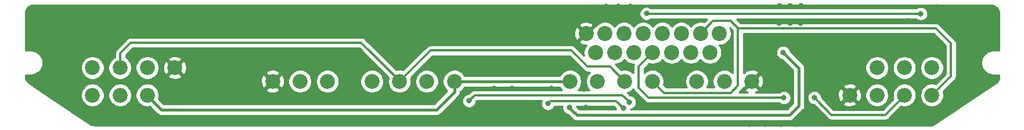
<source format=gbl>
G04 #@! TF.GenerationSoftware,KiCad,Pcbnew,(5.1.5-0-10_14)*
G04 #@! TF.CreationDate,2020-11-03T20:34:37-05:00*
G04 #@! TF.ProjectId,FamiCoun,46616d69-436f-4756-9e2e-6b696361645f,rev?*
G04 #@! TF.SameCoordinates,Original*
G04 #@! TF.FileFunction,Copper,L2,Bot*
G04 #@! TF.FilePolarity,Positive*
%FSLAX46Y46*%
G04 Gerber Fmt 4.6, Leading zero omitted, Abs format (unit mm)*
G04 Created by KiCad (PCBNEW (5.1.5-0-10_14)) date 2020-11-03 20:34:37*
%MOMM*%
%LPD*%
G04 APERTURE LIST*
%ADD10C,2.200000*%
%ADD11C,2.180000*%
%ADD12C,0.800000*%
%ADD13C,0.300000*%
%ADD14C,0.450000*%
%ADD15C,0.254000*%
G04 APERTURE END LIST*
D10*
X171592860Y-94644180D03*
X174372860Y-94644180D03*
X177152860Y-94644180D03*
X179932860Y-94644180D03*
X182712860Y-94644180D03*
X185492860Y-94644180D03*
X188272860Y-94644180D03*
X189662860Y-91864180D03*
X186882860Y-91864180D03*
X184102860Y-91864180D03*
X181322860Y-91864180D03*
X178542860Y-91864180D03*
X175762860Y-91864180D03*
X172982860Y-91864180D03*
X170202860Y-91864180D03*
D11*
X106221280Y-100887000D03*
X102221280Y-100887000D03*
X98221280Y-100887000D03*
X98221280Y-96887000D03*
X102221280Y-96887000D03*
X106221280Y-96887000D03*
X110221280Y-96887000D03*
X208645240Y-100887000D03*
X212645240Y-100887000D03*
X216645240Y-100887000D03*
X220645240Y-100887000D03*
X220645240Y-96887000D03*
X216645240Y-96887000D03*
X212645240Y-96887000D03*
X150990300Y-98869500D03*
X146990300Y-98869500D03*
X142990300Y-98869500D03*
X138990300Y-98869500D03*
X132490300Y-98869500D03*
X128490300Y-98869500D03*
X124490300Y-98869500D03*
X194363520Y-98859340D03*
X190363520Y-98859340D03*
X186363520Y-98859340D03*
X179863520Y-98859340D03*
X175863520Y-98859340D03*
X171863520Y-98859340D03*
X167863520Y-98859340D03*
D12*
X120258840Y-105069640D03*
X199971660Y-90345260D03*
X198391780Y-90345260D03*
X201480420Y-90345260D03*
X110533180Y-88041480D03*
X113013913Y-88041480D03*
X118798340Y-90860880D03*
X128643380Y-90860880D03*
X123720860Y-90860880D03*
X133565900Y-90860880D03*
X221467680Y-88005920D03*
X215084660Y-92821760D03*
X218653360Y-92806520D03*
X218699080Y-103327200D03*
X169900600Y-100037900D03*
X180748940Y-96761300D03*
X198427340Y-92984320D03*
X200007220Y-92984320D03*
X201515980Y-92984320D03*
X198417180Y-87790020D03*
X199997060Y-87790020D03*
X201576940Y-87790020D03*
X194149980Y-93022420D03*
X197053200Y-96334580D03*
X183972200Y-102489000D03*
X187309760Y-102489000D03*
X190748920Y-102489000D03*
X203525120Y-96179640D03*
X229801420Y-90147140D03*
X229801420Y-91660980D03*
X229801420Y-93207840D03*
X228185980Y-99565460D03*
X226537520Y-100606860D03*
X225125280Y-101648260D03*
X222234760Y-89811860D03*
X210106260Y-92791280D03*
X207383380Y-92758260D03*
X217177620Y-89964260D03*
X154350720Y-97759520D03*
X157073600Y-97759520D03*
X159420560Y-99910900D03*
X156778960Y-99951540D03*
X158887160Y-102831900D03*
X161734500Y-102872540D03*
X179956460Y-90258900D03*
X176705260Y-87881460D03*
X174932340Y-87881460D03*
X173159420Y-87881460D03*
X154950160Y-95531940D03*
X152186640Y-95531940D03*
X148948140Y-100459540D03*
X144947640Y-100459540D03*
X141069060Y-100459540D03*
X137728960Y-101780340D03*
X138719560Y-96624140D03*
X141523720Y-95181420D03*
X144203420Y-93819980D03*
X136037320Y-98110040D03*
X133604000Y-94653100D03*
X123758960Y-94653100D03*
X118836440Y-94653100D03*
X128681480Y-94653100D03*
X163083240Y-97746820D03*
X165168580Y-99923600D03*
X170167300Y-102709980D03*
X191183260Y-93388180D03*
X188310520Y-97134680D03*
X191183260Y-96260920D03*
X88882220Y-90436700D03*
X88882220Y-91904820D03*
X88882220Y-93370400D03*
X90609420Y-99692460D03*
X91988640Y-100690680D03*
X93319600Y-101655880D03*
X112732820Y-104970580D03*
X115176300Y-105003600D03*
X117751860Y-105036620D03*
X115494646Y-88041480D03*
X117975380Y-88041480D03*
X115277900Y-101808280D03*
X117619780Y-101808280D03*
X129143760Y-101808280D03*
X131361180Y-101808280D03*
X109364780Y-100637340D03*
X104434640Y-95120460D03*
X218655900Y-98877120D03*
X214668100Y-98877120D03*
X222056960Y-94429580D03*
X224995740Y-94470220D03*
X175879760Y-96654620D03*
X118788180Y-98173540D03*
X167081200Y-95531940D03*
X165122860Y-95531940D03*
X207373220Y-96179640D03*
X199298560Y-99405440D03*
X203118720Y-99405440D03*
X194073780Y-105153460D03*
X196337766Y-105153460D03*
X198601752Y-105153460D03*
X200865740Y-105153460D03*
X152354280Y-105112820D03*
X154825700Y-105112820D03*
X157297120Y-105112820D03*
X159768540Y-105112820D03*
X162239960Y-105112820D03*
X141387830Y-88028780D03*
X139105640Y-88028780D03*
X143670020Y-88028780D03*
X219024200Y-88968578D03*
X179011580Y-88938100D03*
X199059800Y-101282499D03*
X203502260Y-101282501D03*
X153159460Y-101727000D03*
X176530000Y-101937820D03*
X164635180Y-102143560D03*
X175620680Y-102798882D03*
X198962040Y-94644180D03*
X167764460Y-102730300D03*
D13*
X219024200Y-88968578D02*
X179042058Y-88968578D01*
X179042058Y-88968578D02*
X179011580Y-88938100D01*
X186882860Y-91864180D02*
X188729440Y-90017600D01*
X188729440Y-90017600D02*
X191305180Y-90017600D01*
X192366900Y-91079320D02*
X191866520Y-90578940D01*
X191866520Y-90578940D02*
X191305180Y-90017600D01*
X192366900Y-99509580D02*
X192366900Y-91079320D01*
X191307720Y-100568760D02*
X192366900Y-99509580D01*
X181572940Y-100568760D02*
X191307720Y-100568760D01*
X179863520Y-98859340D02*
X181572940Y-100568760D01*
X223423480Y-98013520D02*
X223423480Y-98127820D01*
X223448880Y-97988120D02*
X223423480Y-98013520D01*
X221228920Y-91125040D02*
X223448880Y-93345000D01*
X192387220Y-91104720D02*
X192407540Y-91125040D01*
X223448880Y-93345000D02*
X223448880Y-97988120D01*
X192387220Y-91099640D02*
X192387220Y-91104720D01*
X192407540Y-91125040D02*
X221228920Y-91125040D01*
X223423480Y-98127820D02*
X220672660Y-100878640D01*
X191305180Y-90017600D02*
X192387220Y-91099640D01*
X179932860Y-94644180D02*
X177886360Y-96690680D01*
X177886360Y-99829620D02*
X179339239Y-101282499D01*
X179339239Y-101282499D02*
X198494115Y-101282499D01*
X177886360Y-96690680D02*
X177886360Y-99829620D01*
X198494115Y-101282499D02*
X199059800Y-101282499D01*
X102280720Y-94711520D02*
X102280720Y-96923860D01*
X143037560Y-98828860D02*
X137434320Y-93225620D01*
X173728380Y-96725740D02*
X170454320Y-96725740D01*
X137434320Y-93225620D02*
X103766620Y-93225620D01*
X175863520Y-98859340D02*
X175861980Y-98859340D01*
X170454320Y-96725740D02*
X168074340Y-94345760D01*
X103766620Y-93225620D02*
X102280720Y-94711520D01*
X147520660Y-94345760D02*
X143037560Y-98828860D01*
X175861980Y-98859340D02*
X173728380Y-96725740D01*
X168074340Y-94345760D02*
X147520660Y-94345760D01*
X203902259Y-101682500D02*
X203502260Y-101282501D01*
X206014319Y-103794560D02*
X203902259Y-101682500D01*
X213809580Y-103794560D02*
X206014319Y-103794560D01*
X216707720Y-100896420D02*
X213809580Y-103794560D01*
X153159460Y-101727000D02*
X153159460Y-101727000D01*
X176130001Y-101537821D02*
X176530000Y-101937820D01*
X175508920Y-100916740D02*
X176130001Y-101537821D01*
X153969720Y-100916740D02*
X175508920Y-100916740D01*
X153159460Y-101727000D02*
X153969720Y-100916740D01*
X164642800Y-102135940D02*
X164642800Y-102135940D01*
X165026340Y-101752400D02*
X164635180Y-102143560D01*
X174574198Y-101752400D02*
X165026340Y-101752400D01*
X175620680Y-102798882D02*
X174574198Y-101752400D01*
D14*
X150990300Y-98869500D02*
X167909240Y-98869500D01*
X108267500Y-103030020D02*
X106192320Y-100954840D01*
X148402040Y-103030020D02*
X108267500Y-103030020D01*
X150990300Y-100441760D02*
X148402040Y-103030020D01*
X150990300Y-98869500D02*
X150990300Y-100441760D01*
X168164459Y-103130299D02*
X167764460Y-102730300D01*
X168859200Y-103825040D02*
X168164459Y-103130299D01*
X199857360Y-103825040D02*
X168859200Y-103825040D01*
X201259440Y-102422960D02*
X199857360Y-103825040D01*
X201259440Y-96941580D02*
X201259440Y-102422960D01*
X198962040Y-94644180D02*
X201259440Y-96941580D01*
D15*
G36*
X229471659Y-87755059D02*
G01*
X229696791Y-87825036D01*
X229904049Y-87937411D01*
X230085530Y-88087901D01*
X230234325Y-88270777D01*
X230344766Y-88479069D01*
X230414757Y-88711870D01*
X230436821Y-88897004D01*
X230436820Y-94323300D01*
X229598821Y-94323300D01*
X229565701Y-94326562D01*
X229550734Y-94326562D01*
X229541569Y-94327525D01*
X229317915Y-94352612D01*
X229259426Y-94365045D01*
X229200723Y-94376668D01*
X229191920Y-94379393D01*
X228977397Y-94447444D01*
X228922412Y-94471011D01*
X228867111Y-94493804D01*
X228859009Y-94498186D01*
X228859004Y-94498188D01*
X228859000Y-94498191D01*
X228661786Y-94606610D01*
X228612467Y-94640379D01*
X228562603Y-94673508D01*
X228555503Y-94679383D01*
X228383099Y-94824046D01*
X228341252Y-94866779D01*
X228298800Y-94908936D01*
X228292976Y-94916077D01*
X228151954Y-95091473D01*
X228119226Y-95141487D01*
X228085748Y-95191120D01*
X228081422Y-95199257D01*
X227977154Y-95398704D01*
X227954749Y-95454160D01*
X227931565Y-95509311D01*
X227928902Y-95518133D01*
X227865359Y-95734033D01*
X227854157Y-95792759D01*
X227842121Y-95851389D01*
X227841222Y-95860561D01*
X227820824Y-96084692D01*
X227821242Y-96144510D01*
X227820824Y-96204329D01*
X227821724Y-96213500D01*
X227845249Y-96437324D01*
X227857270Y-96495887D01*
X227868485Y-96554680D01*
X227871149Y-96563502D01*
X227937700Y-96778494D01*
X227960880Y-96833637D01*
X227983289Y-96889102D01*
X227987616Y-96897239D01*
X228094659Y-97095211D01*
X228128108Y-97144801D01*
X228160863Y-97194857D01*
X228166688Y-97201998D01*
X228310145Y-97375409D01*
X228352585Y-97417553D01*
X228394446Y-97460300D01*
X228401546Y-97466174D01*
X228575953Y-97608416D01*
X228625759Y-97641506D01*
X228675131Y-97675313D01*
X228683238Y-97679695D01*
X228881952Y-97785354D01*
X228937228Y-97808138D01*
X228992243Y-97831717D01*
X229001046Y-97834442D01*
X229216498Y-97899489D01*
X229275157Y-97911104D01*
X229333687Y-97923545D01*
X229342851Y-97924508D01*
X229566834Y-97946470D01*
X229566838Y-97946470D01*
X229598821Y-97949620D01*
X230436099Y-97949620D01*
X230435842Y-98184081D01*
X230410849Y-98438980D01*
X230346298Y-98652782D01*
X230241454Y-98849967D01*
X230095215Y-99029273D01*
X229968734Y-99139170D01*
X220932474Y-105191043D01*
X220775385Y-105261089D01*
X220610523Y-105298643D01*
X220439537Y-105306259D01*
X98555420Y-105306261D01*
X98285228Y-105279403D01*
X98054694Y-105209464D01*
X97819914Y-105084226D01*
X97806685Y-105074987D01*
X97802713Y-105071695D01*
X91354905Y-100717102D01*
X96496280Y-100717102D01*
X96496280Y-101056898D01*
X96562570Y-101390164D01*
X96692604Y-101704094D01*
X96881385Y-101986624D01*
X97121656Y-102226895D01*
X97404186Y-102415676D01*
X97718116Y-102545710D01*
X98051382Y-102612000D01*
X98391178Y-102612000D01*
X98724444Y-102545710D01*
X99038374Y-102415676D01*
X99320904Y-102226895D01*
X99561175Y-101986624D01*
X99749956Y-101704094D01*
X99879990Y-101390164D01*
X99946280Y-101056898D01*
X99946280Y-100717102D01*
X100496280Y-100717102D01*
X100496280Y-101056898D01*
X100562570Y-101390164D01*
X100692604Y-101704094D01*
X100881385Y-101986624D01*
X101121656Y-102226895D01*
X101404186Y-102415676D01*
X101718116Y-102545710D01*
X102051382Y-102612000D01*
X102391178Y-102612000D01*
X102724444Y-102545710D01*
X103038374Y-102415676D01*
X103320904Y-102226895D01*
X103561175Y-101986624D01*
X103749956Y-101704094D01*
X103879990Y-101390164D01*
X103946280Y-101056898D01*
X103946280Y-100717102D01*
X103879990Y-100383836D01*
X103749956Y-100069906D01*
X103561175Y-99787376D01*
X103320904Y-99547105D01*
X103038374Y-99358324D01*
X102724444Y-99228290D01*
X102391178Y-99162000D01*
X102051382Y-99162000D01*
X101718116Y-99228290D01*
X101404186Y-99358324D01*
X101121656Y-99547105D01*
X100881385Y-99787376D01*
X100692604Y-100069906D01*
X100562570Y-100383836D01*
X100496280Y-100717102D01*
X99946280Y-100717102D01*
X99879990Y-100383836D01*
X99749956Y-100069906D01*
X99561175Y-99787376D01*
X99320904Y-99547105D01*
X99038374Y-99358324D01*
X98724444Y-99228290D01*
X98391178Y-99162000D01*
X98051382Y-99162000D01*
X97718116Y-99228290D01*
X97404186Y-99358324D01*
X97121656Y-99547105D01*
X96881385Y-99787376D01*
X96692604Y-100069906D01*
X96562570Y-100383836D01*
X96496280Y-100717102D01*
X91354905Y-100717102D01*
X88907761Y-99064399D01*
X88759740Y-98928535D01*
X122757959Y-98928535D01*
X122802763Y-99265364D01*
X122912417Y-99586979D01*
X123017113Y-99782852D01*
X123290717Y-99889478D01*
X124310695Y-98869500D01*
X124669905Y-98869500D01*
X125689883Y-99889478D01*
X125963487Y-99782852D01*
X126113366Y-99477898D01*
X126200872Y-99149562D01*
X126222641Y-98810465D01*
X126207895Y-98699602D01*
X126765300Y-98699602D01*
X126765300Y-99039398D01*
X126831590Y-99372664D01*
X126961624Y-99686594D01*
X127150405Y-99969124D01*
X127390676Y-100209395D01*
X127673206Y-100398176D01*
X127987136Y-100528210D01*
X128320402Y-100594500D01*
X128660198Y-100594500D01*
X128993464Y-100528210D01*
X129307394Y-100398176D01*
X129589924Y-100209395D01*
X129830195Y-99969124D01*
X130018976Y-99686594D01*
X130149010Y-99372664D01*
X130215300Y-99039398D01*
X130215300Y-98699602D01*
X130765300Y-98699602D01*
X130765300Y-99039398D01*
X130831590Y-99372664D01*
X130961624Y-99686594D01*
X131150405Y-99969124D01*
X131390676Y-100209395D01*
X131673206Y-100398176D01*
X131987136Y-100528210D01*
X132320402Y-100594500D01*
X132660198Y-100594500D01*
X132993464Y-100528210D01*
X133307394Y-100398176D01*
X133589924Y-100209395D01*
X133830195Y-99969124D01*
X134018976Y-99686594D01*
X134149010Y-99372664D01*
X134215300Y-99039398D01*
X134215300Y-98699602D01*
X137265300Y-98699602D01*
X137265300Y-99039398D01*
X137331590Y-99372664D01*
X137461624Y-99686594D01*
X137650405Y-99969124D01*
X137890676Y-100209395D01*
X138173206Y-100398176D01*
X138487136Y-100528210D01*
X138820402Y-100594500D01*
X139160198Y-100594500D01*
X139493464Y-100528210D01*
X139807394Y-100398176D01*
X140089924Y-100209395D01*
X140330195Y-99969124D01*
X140518976Y-99686594D01*
X140649010Y-99372664D01*
X140715300Y-99039398D01*
X140715300Y-98699602D01*
X140649010Y-98366336D01*
X140518976Y-98052406D01*
X140330195Y-97769876D01*
X140089924Y-97529605D01*
X139807394Y-97340824D01*
X139493464Y-97210790D01*
X139160198Y-97144500D01*
X138820402Y-97144500D01*
X138487136Y-97210790D01*
X138173206Y-97340824D01*
X137890676Y-97529605D01*
X137650405Y-97769876D01*
X137461624Y-98052406D01*
X137331590Y-98366336D01*
X137265300Y-98699602D01*
X134215300Y-98699602D01*
X134149010Y-98366336D01*
X134018976Y-98052406D01*
X133830195Y-97769876D01*
X133589924Y-97529605D01*
X133307394Y-97340824D01*
X132993464Y-97210790D01*
X132660198Y-97144500D01*
X132320402Y-97144500D01*
X131987136Y-97210790D01*
X131673206Y-97340824D01*
X131390676Y-97529605D01*
X131150405Y-97769876D01*
X130961624Y-98052406D01*
X130831590Y-98366336D01*
X130765300Y-98699602D01*
X130215300Y-98699602D01*
X130149010Y-98366336D01*
X130018976Y-98052406D01*
X129830195Y-97769876D01*
X129589924Y-97529605D01*
X129307394Y-97340824D01*
X128993464Y-97210790D01*
X128660198Y-97144500D01*
X128320402Y-97144500D01*
X127987136Y-97210790D01*
X127673206Y-97340824D01*
X127390676Y-97529605D01*
X127150405Y-97769876D01*
X126961624Y-98052406D01*
X126831590Y-98366336D01*
X126765300Y-98699602D01*
X126207895Y-98699602D01*
X126177837Y-98473636D01*
X126068183Y-98152021D01*
X125963487Y-97956148D01*
X125689883Y-97849522D01*
X124669905Y-98869500D01*
X124310695Y-98869500D01*
X123290717Y-97849522D01*
X123017113Y-97956148D01*
X122867234Y-98261102D01*
X122779728Y-98589438D01*
X122757959Y-98928535D01*
X88759740Y-98928535D01*
X88728303Y-98899680D01*
X88593471Y-98715808D01*
X88496926Y-98509259D01*
X88439900Y-98278004D01*
X88427160Y-98112597D01*
X88427160Y-97926760D01*
X89247379Y-97926760D01*
X89280489Y-97923499D01*
X89295216Y-97923499D01*
X89304381Y-97922536D01*
X89524588Y-97897836D01*
X89583123Y-97885394D01*
X89641779Y-97873780D01*
X89650580Y-97871056D01*
X89650586Y-97871054D01*
X89861797Y-97804054D01*
X89916755Y-97780499D01*
X89972087Y-97757693D01*
X89980193Y-97753309D01*
X90174371Y-97646559D01*
X90223733Y-97612759D01*
X90273550Y-97579662D01*
X90280650Y-97573788D01*
X90450396Y-97431355D01*
X90492260Y-97388605D01*
X90534698Y-97346462D01*
X90540522Y-97339321D01*
X90679369Y-97166629D01*
X90712117Y-97116585D01*
X90745572Y-97066986D01*
X90749898Y-97058849D01*
X90852559Y-96862478D01*
X90874961Y-96807030D01*
X90898150Y-96751867D01*
X90900813Y-96743045D01*
X90908448Y-96717102D01*
X96496280Y-96717102D01*
X96496280Y-97056898D01*
X96562570Y-97390164D01*
X96692604Y-97704094D01*
X96881385Y-97986624D01*
X97121656Y-98226895D01*
X97404186Y-98415676D01*
X97718116Y-98545710D01*
X98051382Y-98612000D01*
X98391178Y-98612000D01*
X98724444Y-98545710D01*
X99038374Y-98415676D01*
X99320904Y-98226895D01*
X99561175Y-97986624D01*
X99749956Y-97704094D01*
X99879990Y-97390164D01*
X99946280Y-97056898D01*
X99946280Y-96717102D01*
X100496280Y-96717102D01*
X100496280Y-97056898D01*
X100562570Y-97390164D01*
X100692604Y-97704094D01*
X100881385Y-97986624D01*
X101121656Y-98226895D01*
X101404186Y-98415676D01*
X101718116Y-98545710D01*
X102051382Y-98612000D01*
X102391178Y-98612000D01*
X102724444Y-98545710D01*
X103038374Y-98415676D01*
X103320904Y-98226895D01*
X103561175Y-97986624D01*
X103749956Y-97704094D01*
X103879990Y-97390164D01*
X103946280Y-97056898D01*
X103946280Y-96717102D01*
X104496280Y-96717102D01*
X104496280Y-97056898D01*
X104562570Y-97390164D01*
X104692604Y-97704094D01*
X104881385Y-97986624D01*
X105121656Y-98226895D01*
X105404186Y-98415676D01*
X105718116Y-98545710D01*
X106051382Y-98612000D01*
X106391178Y-98612000D01*
X106724444Y-98545710D01*
X107038374Y-98415676D01*
X107320904Y-98226895D01*
X107461216Y-98086583D01*
X109201302Y-98086583D01*
X109307928Y-98360187D01*
X109612882Y-98510066D01*
X109941218Y-98597572D01*
X110280315Y-98619341D01*
X110617144Y-98574537D01*
X110938759Y-98464883D01*
X111134632Y-98360187D01*
X111241258Y-98086583D01*
X110221280Y-97066605D01*
X109201302Y-98086583D01*
X107461216Y-98086583D01*
X107561175Y-97986624D01*
X107749956Y-97704094D01*
X107879990Y-97390164D01*
X107946280Y-97056898D01*
X107946280Y-96946035D01*
X108488939Y-96946035D01*
X108533743Y-97282864D01*
X108643397Y-97604479D01*
X108748093Y-97800352D01*
X109021697Y-97906978D01*
X110041675Y-96887000D01*
X110400885Y-96887000D01*
X111420863Y-97906978D01*
X111694467Y-97800352D01*
X111758573Y-97669917D01*
X123470322Y-97669917D01*
X124490300Y-98689895D01*
X125510278Y-97669917D01*
X125403652Y-97396313D01*
X125098698Y-97246434D01*
X124770362Y-97158928D01*
X124431265Y-97137159D01*
X124094436Y-97181963D01*
X123772821Y-97291617D01*
X123576948Y-97396313D01*
X123470322Y-97669917D01*
X111758573Y-97669917D01*
X111844346Y-97495398D01*
X111931852Y-97167062D01*
X111953621Y-96827965D01*
X111908817Y-96491136D01*
X111799163Y-96169521D01*
X111694467Y-95973648D01*
X111420863Y-95867022D01*
X110400885Y-96887000D01*
X110041675Y-96887000D01*
X109021697Y-95867022D01*
X108748093Y-95973648D01*
X108598214Y-96278602D01*
X108510708Y-96606938D01*
X108488939Y-96946035D01*
X107946280Y-96946035D01*
X107946280Y-96717102D01*
X107879990Y-96383836D01*
X107749956Y-96069906D01*
X107561175Y-95787376D01*
X107461216Y-95687417D01*
X109201302Y-95687417D01*
X110221280Y-96707395D01*
X111241258Y-95687417D01*
X111134632Y-95413813D01*
X110829678Y-95263934D01*
X110501342Y-95176428D01*
X110162245Y-95154659D01*
X109825416Y-95199463D01*
X109503801Y-95309117D01*
X109307928Y-95413813D01*
X109201302Y-95687417D01*
X107461216Y-95687417D01*
X107320904Y-95547105D01*
X107038374Y-95358324D01*
X106724444Y-95228290D01*
X106391178Y-95162000D01*
X106051382Y-95162000D01*
X105718116Y-95228290D01*
X105404186Y-95358324D01*
X105121656Y-95547105D01*
X104881385Y-95787376D01*
X104692604Y-96069906D01*
X104562570Y-96383836D01*
X104496280Y-96717102D01*
X103946280Y-96717102D01*
X103879990Y-96383836D01*
X103749956Y-96069906D01*
X103561175Y-95787376D01*
X103320904Y-95547105D01*
X103065720Y-95376596D01*
X103065720Y-95036677D01*
X104091778Y-94010620D01*
X137109163Y-94010620D01*
X141370629Y-98272087D01*
X141331590Y-98366336D01*
X141265300Y-98699602D01*
X141265300Y-99039398D01*
X141331590Y-99372664D01*
X141461624Y-99686594D01*
X141650405Y-99969124D01*
X141890676Y-100209395D01*
X142173206Y-100398176D01*
X142487136Y-100528210D01*
X142820402Y-100594500D01*
X143160198Y-100594500D01*
X143493464Y-100528210D01*
X143807394Y-100398176D01*
X144089924Y-100209395D01*
X144330195Y-99969124D01*
X144518976Y-99686594D01*
X144649010Y-99372664D01*
X144715300Y-99039398D01*
X144715300Y-98699602D01*
X145265300Y-98699602D01*
X145265300Y-99039398D01*
X145331590Y-99372664D01*
X145461624Y-99686594D01*
X145650405Y-99969124D01*
X145890676Y-100209395D01*
X146173206Y-100398176D01*
X146487136Y-100528210D01*
X146820402Y-100594500D01*
X147160198Y-100594500D01*
X147493464Y-100528210D01*
X147807394Y-100398176D01*
X148089924Y-100209395D01*
X148330195Y-99969124D01*
X148518976Y-99686594D01*
X148649010Y-99372664D01*
X148715300Y-99039398D01*
X148715300Y-98699602D01*
X148649010Y-98366336D01*
X148518976Y-98052406D01*
X148330195Y-97769876D01*
X148089924Y-97529605D01*
X147807394Y-97340824D01*
X147493464Y-97210790D01*
X147160198Y-97144500D01*
X146820402Y-97144500D01*
X146487136Y-97210790D01*
X146173206Y-97340824D01*
X145890676Y-97529605D01*
X145650405Y-97769876D01*
X145461624Y-98052406D01*
X145331590Y-98366336D01*
X145265300Y-98699602D01*
X144715300Y-98699602D01*
X144649010Y-98366336D01*
X144637655Y-98338922D01*
X147845817Y-95130760D01*
X167749183Y-95130760D01*
X169871978Y-97253556D01*
X169896556Y-97283504D01*
X169926504Y-97308082D01*
X169926507Y-97308085D01*
X169950134Y-97327475D01*
X170016087Y-97381602D01*
X170152460Y-97454494D01*
X170300433Y-97499381D01*
X170415759Y-97510740D01*
X170415767Y-97510740D01*
X170454320Y-97514537D01*
X170492873Y-97510740D01*
X170776924Y-97510740D01*
X170763896Y-97519445D01*
X170523625Y-97759716D01*
X170334844Y-98042246D01*
X170204810Y-98356176D01*
X170138520Y-98689442D01*
X170138520Y-99029238D01*
X170204810Y-99362504D01*
X170334844Y-99676434D01*
X170523625Y-99958964D01*
X170696401Y-100131740D01*
X169030639Y-100131740D01*
X169203415Y-99958964D01*
X169392196Y-99676434D01*
X169522230Y-99362504D01*
X169588520Y-99029238D01*
X169588520Y-98689442D01*
X169522230Y-98356176D01*
X169392196Y-98042246D01*
X169203415Y-97759716D01*
X168963144Y-97519445D01*
X168680614Y-97330664D01*
X168366684Y-97200630D01*
X168033418Y-97134340D01*
X167693622Y-97134340D01*
X167360356Y-97200630D01*
X167046426Y-97330664D01*
X166763896Y-97519445D01*
X166523625Y-97759716D01*
X166356724Y-98009500D01*
X152490307Y-98009500D01*
X152330195Y-97769876D01*
X152089924Y-97529605D01*
X151807394Y-97340824D01*
X151493464Y-97210790D01*
X151160198Y-97144500D01*
X150820402Y-97144500D01*
X150487136Y-97210790D01*
X150173206Y-97340824D01*
X149890676Y-97529605D01*
X149650405Y-97769876D01*
X149461624Y-98052406D01*
X149331590Y-98366336D01*
X149265300Y-98699602D01*
X149265300Y-99039398D01*
X149331590Y-99372664D01*
X149461624Y-99686594D01*
X149650405Y-99969124D01*
X149890676Y-100209395D01*
X149960073Y-100255764D01*
X148045817Y-102170020D01*
X108623724Y-102170020D01*
X107869410Y-101415706D01*
X107879990Y-101390164D01*
X107946280Y-101056898D01*
X107946280Y-100717102D01*
X107879990Y-100383836D01*
X107749956Y-100069906D01*
X107749407Y-100069083D01*
X123470322Y-100069083D01*
X123576948Y-100342687D01*
X123881902Y-100492566D01*
X124210238Y-100580072D01*
X124549335Y-100601841D01*
X124886164Y-100557037D01*
X125207779Y-100447383D01*
X125403652Y-100342687D01*
X125510278Y-100069083D01*
X124490300Y-99049105D01*
X123470322Y-100069083D01*
X107749407Y-100069083D01*
X107561175Y-99787376D01*
X107320904Y-99547105D01*
X107038374Y-99358324D01*
X106724444Y-99228290D01*
X106391178Y-99162000D01*
X106051382Y-99162000D01*
X105718116Y-99228290D01*
X105404186Y-99358324D01*
X105121656Y-99547105D01*
X104881385Y-99787376D01*
X104692604Y-100069906D01*
X104562570Y-100383836D01*
X104496280Y-100717102D01*
X104496280Y-101056898D01*
X104562570Y-101390164D01*
X104692604Y-101704094D01*
X104881385Y-101986624D01*
X105121656Y-102226895D01*
X105404186Y-102415676D01*
X105718116Y-102545710D01*
X106051382Y-102612000D01*
X106391178Y-102612000D01*
X106593093Y-102571837D01*
X107629517Y-103608261D01*
X107656446Y-103641074D01*
X107787398Y-103748544D01*
X107873488Y-103794560D01*
X107936799Y-103828401D01*
X108098910Y-103877576D01*
X108267500Y-103894181D01*
X108309746Y-103890020D01*
X148359801Y-103890020D01*
X148402040Y-103894180D01*
X148444279Y-103890020D01*
X148444286Y-103890020D01*
X148570629Y-103877576D01*
X148732740Y-103828401D01*
X148882142Y-103748544D01*
X149013094Y-103641074D01*
X149040028Y-103608255D01*
X151568535Y-101079748D01*
X151601354Y-101052814D01*
X151708824Y-100921862D01*
X151788681Y-100772460D01*
X151814965Y-100685810D01*
X151837856Y-100610351D01*
X151843431Y-100553745D01*
X151850300Y-100484006D01*
X151850300Y-100484000D01*
X151854460Y-100441761D01*
X151850300Y-100399522D01*
X151850300Y-100369507D01*
X152089924Y-100209395D01*
X152330195Y-99969124D01*
X152490307Y-99729500D01*
X166370302Y-99729500D01*
X166523625Y-99958964D01*
X166696401Y-100131740D01*
X154008276Y-100131740D01*
X153969720Y-100127943D01*
X153931164Y-100131740D01*
X153931159Y-100131740D01*
X153890746Y-100135720D01*
X153815833Y-100143098D01*
X153684000Y-100183090D01*
X153667860Y-100187986D01*
X153531487Y-100260878D01*
X153411956Y-100358976D01*
X153387373Y-100388930D01*
X153084303Y-100692000D01*
X153057521Y-100692000D01*
X152857562Y-100731774D01*
X152669204Y-100809795D01*
X152499686Y-100923063D01*
X152355523Y-101067226D01*
X152242255Y-101236744D01*
X152164234Y-101425102D01*
X152124460Y-101625061D01*
X152124460Y-101828939D01*
X152164234Y-102028898D01*
X152242255Y-102217256D01*
X152355523Y-102386774D01*
X152499686Y-102530937D01*
X152669204Y-102644205D01*
X152857562Y-102722226D01*
X153057521Y-102762000D01*
X153261399Y-102762000D01*
X153461358Y-102722226D01*
X153649716Y-102644205D01*
X153819234Y-102530937D01*
X153963397Y-102386774D01*
X154076665Y-102217256D01*
X154154686Y-102028898D01*
X154194460Y-101828939D01*
X154194460Y-101802157D01*
X154294877Y-101701740D01*
X163697912Y-101701740D01*
X163639954Y-101841662D01*
X163600180Y-102041621D01*
X163600180Y-102245499D01*
X163639954Y-102445458D01*
X163717975Y-102633816D01*
X163831243Y-102803334D01*
X163975406Y-102947497D01*
X164144924Y-103060765D01*
X164333282Y-103138786D01*
X164533241Y-103178560D01*
X164737119Y-103178560D01*
X164937078Y-103138786D01*
X165125436Y-103060765D01*
X165294954Y-102947497D01*
X165439117Y-102803334D01*
X165552385Y-102633816D01*
X165592322Y-102537400D01*
X166747553Y-102537400D01*
X166729460Y-102628361D01*
X166729460Y-102832239D01*
X166769234Y-103032198D01*
X166847255Y-103220556D01*
X166960523Y-103390074D01*
X167104686Y-103534237D01*
X167274204Y-103647505D01*
X167462562Y-103725526D01*
X167563551Y-103745614D01*
X168221216Y-104403280D01*
X168248146Y-104436094D01*
X168379098Y-104543564D01*
X168528500Y-104623421D01*
X168641435Y-104657679D01*
X168690610Y-104672596D01*
X168707758Y-104674285D01*
X168816954Y-104685040D01*
X168816960Y-104685040D01*
X168859199Y-104689200D01*
X168901438Y-104685040D01*
X199815121Y-104685040D01*
X199857360Y-104689200D01*
X199899599Y-104685040D01*
X199899606Y-104685040D01*
X200025949Y-104672596D01*
X200188060Y-104623421D01*
X200337462Y-104543564D01*
X200468414Y-104436094D01*
X200495348Y-104403275D01*
X201837680Y-103060943D01*
X201870494Y-103034014D01*
X201977964Y-102903062D01*
X202037434Y-102791802D01*
X202057821Y-102753661D01*
X202106996Y-102591550D01*
X202123601Y-102422960D01*
X202119440Y-102380714D01*
X202119440Y-101180562D01*
X202467260Y-101180562D01*
X202467260Y-101384440D01*
X202507034Y-101584399D01*
X202585055Y-101772757D01*
X202698323Y-101942275D01*
X202842486Y-102086438D01*
X203012004Y-102199706D01*
X203200362Y-102277727D01*
X203400321Y-102317501D01*
X203427103Y-102317501D01*
X205431977Y-104322376D01*
X205456555Y-104352324D01*
X205486503Y-104376902D01*
X205486506Y-104376905D01*
X205515878Y-104401010D01*
X205576086Y-104450422D01*
X205712459Y-104523314D01*
X205860432Y-104568202D01*
X205935345Y-104575580D01*
X205975758Y-104579560D01*
X205975763Y-104579560D01*
X206014319Y-104583357D01*
X206052875Y-104579560D01*
X213771027Y-104579560D01*
X213809580Y-104583357D01*
X213848133Y-104579560D01*
X213848141Y-104579560D01*
X213963467Y-104568201D01*
X214111440Y-104523314D01*
X214247813Y-104450422D01*
X214367344Y-104352324D01*
X214391927Y-104322370D01*
X216164189Y-102550109D01*
X216475342Y-102612000D01*
X216815138Y-102612000D01*
X217148404Y-102545710D01*
X217462334Y-102415676D01*
X217744864Y-102226895D01*
X217985135Y-101986624D01*
X218173916Y-101704094D01*
X218303950Y-101390164D01*
X218370240Y-101056898D01*
X218370240Y-100717102D01*
X218303950Y-100383836D01*
X218173916Y-100069906D01*
X217985135Y-99787376D01*
X217744864Y-99547105D01*
X217462334Y-99358324D01*
X217148404Y-99228290D01*
X216815138Y-99162000D01*
X216475342Y-99162000D01*
X216142076Y-99228290D01*
X215828146Y-99358324D01*
X215545616Y-99547105D01*
X215305345Y-99787376D01*
X215116564Y-100069906D01*
X214986530Y-100383836D01*
X214920240Y-100717102D01*
X214920240Y-101056898D01*
X214986530Y-101390164D01*
X215020883Y-101473099D01*
X213484423Y-103009560D01*
X206339477Y-103009560D01*
X205416500Y-102086583D01*
X207625262Y-102086583D01*
X207731888Y-102360187D01*
X208036842Y-102510066D01*
X208365178Y-102597572D01*
X208704275Y-102619341D01*
X209041104Y-102574537D01*
X209362719Y-102464883D01*
X209558592Y-102360187D01*
X209665218Y-102086583D01*
X208645240Y-101066605D01*
X207625262Y-102086583D01*
X205416500Y-102086583D01*
X204537260Y-101207344D01*
X204537260Y-101180562D01*
X204497486Y-100980603D01*
X204483168Y-100946035D01*
X206912899Y-100946035D01*
X206957703Y-101282864D01*
X207067357Y-101604479D01*
X207172053Y-101800352D01*
X207445657Y-101906978D01*
X208465635Y-100887000D01*
X208824845Y-100887000D01*
X209844823Y-101906978D01*
X210118427Y-101800352D01*
X210268306Y-101495398D01*
X210355812Y-101167062D01*
X210377581Y-100827965D01*
X210362835Y-100717102D01*
X210920240Y-100717102D01*
X210920240Y-101056898D01*
X210986530Y-101390164D01*
X211116564Y-101704094D01*
X211305345Y-101986624D01*
X211545616Y-102226895D01*
X211828146Y-102415676D01*
X212142076Y-102545710D01*
X212475342Y-102612000D01*
X212815138Y-102612000D01*
X213148404Y-102545710D01*
X213462334Y-102415676D01*
X213744864Y-102226895D01*
X213985135Y-101986624D01*
X214173916Y-101704094D01*
X214303950Y-101390164D01*
X214370240Y-101056898D01*
X214370240Y-100717102D01*
X214303950Y-100383836D01*
X214173916Y-100069906D01*
X213985135Y-99787376D01*
X213744864Y-99547105D01*
X213462334Y-99358324D01*
X213148404Y-99228290D01*
X212815138Y-99162000D01*
X212475342Y-99162000D01*
X212142076Y-99228290D01*
X211828146Y-99358324D01*
X211545616Y-99547105D01*
X211305345Y-99787376D01*
X211116564Y-100069906D01*
X210986530Y-100383836D01*
X210920240Y-100717102D01*
X210362835Y-100717102D01*
X210332777Y-100491136D01*
X210223123Y-100169521D01*
X210118427Y-99973648D01*
X209844823Y-99867022D01*
X208824845Y-100887000D01*
X208465635Y-100887000D01*
X207445657Y-99867022D01*
X207172053Y-99973648D01*
X207022174Y-100278602D01*
X206934668Y-100606938D01*
X206912899Y-100946035D01*
X204483168Y-100946035D01*
X204419465Y-100792245D01*
X204306197Y-100622727D01*
X204162034Y-100478564D01*
X203992516Y-100365296D01*
X203804158Y-100287275D01*
X203604199Y-100247501D01*
X203400321Y-100247501D01*
X203200362Y-100287275D01*
X203012004Y-100365296D01*
X202842486Y-100478564D01*
X202698323Y-100622727D01*
X202585055Y-100792245D01*
X202507034Y-100980603D01*
X202467260Y-101180562D01*
X202119440Y-101180562D01*
X202119440Y-99687417D01*
X207625262Y-99687417D01*
X208645240Y-100707395D01*
X209665218Y-99687417D01*
X209558592Y-99413813D01*
X209253638Y-99263934D01*
X208925302Y-99176428D01*
X208586205Y-99154659D01*
X208249376Y-99199463D01*
X207927761Y-99309117D01*
X207731888Y-99413813D01*
X207625262Y-99687417D01*
X202119440Y-99687417D01*
X202119440Y-96983818D01*
X202123600Y-96941579D01*
X202119440Y-96899340D01*
X202119440Y-96899334D01*
X202108083Y-96784031D01*
X202106996Y-96772990D01*
X202090043Y-96717102D01*
X210920240Y-96717102D01*
X210920240Y-97056898D01*
X210986530Y-97390164D01*
X211116564Y-97704094D01*
X211305345Y-97986624D01*
X211545616Y-98226895D01*
X211828146Y-98415676D01*
X212142076Y-98545710D01*
X212475342Y-98612000D01*
X212815138Y-98612000D01*
X213148404Y-98545710D01*
X213462334Y-98415676D01*
X213744864Y-98226895D01*
X213985135Y-97986624D01*
X214173916Y-97704094D01*
X214303950Y-97390164D01*
X214370240Y-97056898D01*
X214370240Y-96717102D01*
X214920240Y-96717102D01*
X214920240Y-97056898D01*
X214986530Y-97390164D01*
X215116564Y-97704094D01*
X215305345Y-97986624D01*
X215545616Y-98226895D01*
X215828146Y-98415676D01*
X216142076Y-98545710D01*
X216475342Y-98612000D01*
X216815138Y-98612000D01*
X217148404Y-98545710D01*
X217462334Y-98415676D01*
X217744864Y-98226895D01*
X217985135Y-97986624D01*
X218173916Y-97704094D01*
X218303950Y-97390164D01*
X218370240Y-97056898D01*
X218370240Y-96717102D01*
X218920240Y-96717102D01*
X218920240Y-97056898D01*
X218986530Y-97390164D01*
X219116564Y-97704094D01*
X219305345Y-97986624D01*
X219545616Y-98226895D01*
X219828146Y-98415676D01*
X220142076Y-98545710D01*
X220475342Y-98612000D01*
X220815138Y-98612000D01*
X221148404Y-98545710D01*
X221462334Y-98415676D01*
X221744864Y-98226895D01*
X221985135Y-97986624D01*
X222173916Y-97704094D01*
X222303950Y-97390164D01*
X222370240Y-97056898D01*
X222370240Y-96717102D01*
X222303950Y-96383836D01*
X222173916Y-96069906D01*
X221985135Y-95787376D01*
X221744864Y-95547105D01*
X221462334Y-95358324D01*
X221148404Y-95228290D01*
X220815138Y-95162000D01*
X220475342Y-95162000D01*
X220142076Y-95228290D01*
X219828146Y-95358324D01*
X219545616Y-95547105D01*
X219305345Y-95787376D01*
X219116564Y-96069906D01*
X218986530Y-96383836D01*
X218920240Y-96717102D01*
X218370240Y-96717102D01*
X218303950Y-96383836D01*
X218173916Y-96069906D01*
X217985135Y-95787376D01*
X217744864Y-95547105D01*
X217462334Y-95358324D01*
X217148404Y-95228290D01*
X216815138Y-95162000D01*
X216475342Y-95162000D01*
X216142076Y-95228290D01*
X215828146Y-95358324D01*
X215545616Y-95547105D01*
X215305345Y-95787376D01*
X215116564Y-96069906D01*
X214986530Y-96383836D01*
X214920240Y-96717102D01*
X214370240Y-96717102D01*
X214303950Y-96383836D01*
X214173916Y-96069906D01*
X213985135Y-95787376D01*
X213744864Y-95547105D01*
X213462334Y-95358324D01*
X213148404Y-95228290D01*
X212815138Y-95162000D01*
X212475342Y-95162000D01*
X212142076Y-95228290D01*
X211828146Y-95358324D01*
X211545616Y-95547105D01*
X211305345Y-95787376D01*
X211116564Y-96069906D01*
X210986530Y-96383836D01*
X210920240Y-96717102D01*
X202090043Y-96717102D01*
X202057821Y-96610880D01*
X201977964Y-96461478D01*
X201870494Y-96330526D01*
X201837682Y-96303598D01*
X199977354Y-94443271D01*
X199957266Y-94342282D01*
X199879245Y-94153924D01*
X199765977Y-93984406D01*
X199621814Y-93840243D01*
X199452296Y-93726975D01*
X199263938Y-93648954D01*
X199063979Y-93609180D01*
X198860101Y-93609180D01*
X198660142Y-93648954D01*
X198471784Y-93726975D01*
X198302266Y-93840243D01*
X198158103Y-93984406D01*
X198044835Y-94153924D01*
X197966814Y-94342282D01*
X197927040Y-94542241D01*
X197927040Y-94746119D01*
X197966814Y-94946078D01*
X198044835Y-95134436D01*
X198158103Y-95303954D01*
X198302266Y-95448117D01*
X198471784Y-95561385D01*
X198660142Y-95639406D01*
X198761131Y-95659494D01*
X200399440Y-97297804D01*
X200399441Y-102066735D01*
X199501137Y-102965040D01*
X176671052Y-102965040D01*
X176831898Y-102933046D01*
X177020256Y-102855025D01*
X177189774Y-102741757D01*
X177333937Y-102597594D01*
X177447205Y-102428076D01*
X177525226Y-102239718D01*
X177565000Y-102039759D01*
X177565000Y-101835881D01*
X177525226Y-101635922D01*
X177447205Y-101447564D01*
X177333937Y-101278046D01*
X177189774Y-101133883D01*
X177020256Y-101020615D01*
X176831898Y-100942594D01*
X176631939Y-100902820D01*
X176605158Y-100902820D01*
X176244659Y-100542322D01*
X176366684Y-100518050D01*
X176680614Y-100388016D01*
X176963144Y-100199235D01*
X177128116Y-100034263D01*
X177157606Y-100131479D01*
X177187810Y-100187986D01*
X177230499Y-100267853D01*
X177251115Y-100292973D01*
X177304015Y-100357432D01*
X177304019Y-100357436D01*
X177328597Y-100387384D01*
X177358545Y-100411962D01*
X178756895Y-101810313D01*
X178781475Y-101840263D01*
X178811423Y-101864841D01*
X178811426Y-101864844D01*
X178830975Y-101880887D01*
X178901006Y-101938361D01*
X179006869Y-101994945D01*
X179037379Y-102011253D01*
X179185351Y-102056140D01*
X179199729Y-102057556D01*
X179300678Y-102067499D01*
X179300685Y-102067499D01*
X179339238Y-102071296D01*
X179377791Y-102067499D01*
X198381089Y-102067499D01*
X198400026Y-102086436D01*
X198569544Y-102199704D01*
X198757902Y-102277725D01*
X198957861Y-102317499D01*
X199161739Y-102317499D01*
X199361698Y-102277725D01*
X199550056Y-102199704D01*
X199719574Y-102086436D01*
X199863737Y-101942273D01*
X199977005Y-101772755D01*
X200055026Y-101584397D01*
X200094800Y-101384438D01*
X200094800Y-101180560D01*
X200055026Y-100980601D01*
X199977005Y-100792243D01*
X199863737Y-100622725D01*
X199719574Y-100478562D01*
X199550056Y-100365294D01*
X199361698Y-100287273D01*
X199161739Y-100247499D01*
X198957861Y-100247499D01*
X198757902Y-100287273D01*
X198569544Y-100365294D01*
X198400026Y-100478562D01*
X198381089Y-100497499D01*
X194904210Y-100497499D01*
X195080999Y-100437223D01*
X195276872Y-100332527D01*
X195383498Y-100058923D01*
X194363520Y-99038945D01*
X193343542Y-100058923D01*
X193450168Y-100332527D01*
X193755122Y-100482406D01*
X193811753Y-100497499D01*
X192489138Y-100497499D01*
X192894711Y-100091926D01*
X192924664Y-100067344D01*
X193022762Y-99947813D01*
X193077399Y-99845593D01*
X193163937Y-99879318D01*
X194183915Y-98859340D01*
X194543125Y-98859340D01*
X195563103Y-99879318D01*
X195836707Y-99772692D01*
X195986586Y-99467738D01*
X196074092Y-99139402D01*
X196095861Y-98800305D01*
X196051057Y-98463476D01*
X195941403Y-98141861D01*
X195836707Y-97945988D01*
X195563103Y-97839362D01*
X194543125Y-98859340D01*
X194183915Y-98859340D01*
X194169773Y-98845198D01*
X194349378Y-98665593D01*
X194363520Y-98679735D01*
X195383498Y-97659757D01*
X195276872Y-97386153D01*
X194971918Y-97236274D01*
X194643582Y-97148768D01*
X194304485Y-97126999D01*
X193967656Y-97171803D01*
X193646041Y-97281457D01*
X193450168Y-97386153D01*
X193343543Y-97659755D01*
X193228097Y-97544309D01*
X193151900Y-97620506D01*
X193151900Y-91910040D01*
X220903763Y-91910040D01*
X222663880Y-93670157D01*
X222663881Y-97777261D01*
X221193976Y-99247167D01*
X221148404Y-99228290D01*
X220815138Y-99162000D01*
X220475342Y-99162000D01*
X220142076Y-99228290D01*
X219828146Y-99358324D01*
X219545616Y-99547105D01*
X219305345Y-99787376D01*
X219116564Y-100069906D01*
X218986530Y-100383836D01*
X218920240Y-100717102D01*
X218920240Y-101056898D01*
X218986530Y-101390164D01*
X219116564Y-101704094D01*
X219305345Y-101986624D01*
X219545616Y-102226895D01*
X219828146Y-102415676D01*
X220142076Y-102545710D01*
X220475342Y-102612000D01*
X220815138Y-102612000D01*
X221148404Y-102545710D01*
X221462334Y-102415676D01*
X221744864Y-102226895D01*
X221985135Y-101986624D01*
X222173916Y-101704094D01*
X222303950Y-101390164D01*
X222370240Y-101056898D01*
X222370240Y-100717102D01*
X222303950Y-100383836D01*
X222296239Y-100365219D01*
X223951296Y-98710162D01*
X223981244Y-98685584D01*
X224015387Y-98643982D01*
X224035609Y-98619341D01*
X224079342Y-98566053D01*
X224130766Y-98469843D01*
X224152234Y-98429680D01*
X224197122Y-98281707D01*
X224205284Y-98198831D01*
X224222521Y-98142007D01*
X224233880Y-98026681D01*
X224233880Y-98026673D01*
X224237677Y-97988121D01*
X224233880Y-97949568D01*
X224233880Y-93383556D01*
X224237677Y-93345000D01*
X224233880Y-93306440D01*
X224233880Y-93306439D01*
X224225920Y-93225620D01*
X224222522Y-93191113D01*
X224177634Y-93043140D01*
X224104742Y-92906767D01*
X224006644Y-92787236D01*
X223976691Y-92762654D01*
X221811266Y-90597229D01*
X221786684Y-90567276D01*
X221667153Y-90469178D01*
X221530780Y-90396286D01*
X221382807Y-90351399D01*
X221267481Y-90340040D01*
X221267473Y-90340040D01*
X221228920Y-90336243D01*
X221190367Y-90340040D01*
X192737777Y-90340040D01*
X192151315Y-89753578D01*
X218345489Y-89753578D01*
X218364426Y-89772515D01*
X218533944Y-89885783D01*
X218722302Y-89963804D01*
X218922261Y-90003578D01*
X219126139Y-90003578D01*
X219326098Y-89963804D01*
X219514456Y-89885783D01*
X219683974Y-89772515D01*
X219828137Y-89628352D01*
X219941405Y-89458834D01*
X220019426Y-89270476D01*
X220059200Y-89070517D01*
X220059200Y-88866639D01*
X220019426Y-88666680D01*
X219941405Y-88478322D01*
X219828137Y-88308804D01*
X219683974Y-88164641D01*
X219514456Y-88051373D01*
X219326098Y-87973352D01*
X219126139Y-87933578D01*
X218922261Y-87933578D01*
X218722302Y-87973352D01*
X218533944Y-88051373D01*
X218364426Y-88164641D01*
X218345489Y-88183578D01*
X179720769Y-88183578D01*
X179671354Y-88134163D01*
X179501836Y-88020895D01*
X179313478Y-87942874D01*
X179113519Y-87903100D01*
X178909641Y-87903100D01*
X178709682Y-87942874D01*
X178521324Y-88020895D01*
X178351806Y-88134163D01*
X178207643Y-88278326D01*
X178094375Y-88447844D01*
X178016354Y-88636202D01*
X177976580Y-88836161D01*
X177976580Y-89040039D01*
X178016354Y-89239998D01*
X178094375Y-89428356D01*
X178207643Y-89597874D01*
X178351806Y-89742037D01*
X178521324Y-89855305D01*
X178709682Y-89933326D01*
X178909641Y-89973100D01*
X179113519Y-89973100D01*
X179313478Y-89933326D01*
X179501836Y-89855305D01*
X179654082Y-89753578D01*
X187883304Y-89753578D01*
X187425772Y-90211111D01*
X187388941Y-90195855D01*
X187053743Y-90129180D01*
X186711977Y-90129180D01*
X186376779Y-90195855D01*
X186061029Y-90326643D01*
X185776862Y-90516517D01*
X185535197Y-90758182D01*
X185492860Y-90821544D01*
X185450523Y-90758182D01*
X185208858Y-90516517D01*
X184924691Y-90326643D01*
X184608941Y-90195855D01*
X184273743Y-90129180D01*
X183931977Y-90129180D01*
X183596779Y-90195855D01*
X183281029Y-90326643D01*
X182996862Y-90516517D01*
X182755197Y-90758182D01*
X182712860Y-90821544D01*
X182670523Y-90758182D01*
X182428858Y-90516517D01*
X182144691Y-90326643D01*
X181828941Y-90195855D01*
X181493743Y-90129180D01*
X181151977Y-90129180D01*
X180816779Y-90195855D01*
X180501029Y-90326643D01*
X180216862Y-90516517D01*
X179975197Y-90758182D01*
X179932860Y-90821544D01*
X179890523Y-90758182D01*
X179648858Y-90516517D01*
X179364691Y-90326643D01*
X179048941Y-90195855D01*
X178713743Y-90129180D01*
X178371977Y-90129180D01*
X178036779Y-90195855D01*
X177721029Y-90326643D01*
X177436862Y-90516517D01*
X177195197Y-90758182D01*
X177152860Y-90821544D01*
X177110523Y-90758182D01*
X176868858Y-90516517D01*
X176584691Y-90326643D01*
X176268941Y-90195855D01*
X175933743Y-90129180D01*
X175591977Y-90129180D01*
X175256779Y-90195855D01*
X174941029Y-90326643D01*
X174656862Y-90516517D01*
X174415197Y-90758182D01*
X174372860Y-90821544D01*
X174330523Y-90758182D01*
X174088858Y-90516517D01*
X173804691Y-90326643D01*
X173488941Y-90195855D01*
X173153743Y-90129180D01*
X172811977Y-90129180D01*
X172476779Y-90195855D01*
X172161029Y-90326643D01*
X171876862Y-90516517D01*
X171635197Y-90758182D01*
X171546547Y-90890857D01*
X171409572Y-90837073D01*
X170382465Y-91864180D01*
X170396608Y-91878323D01*
X170217003Y-92057928D01*
X170202860Y-92043785D01*
X169175753Y-93070892D01*
X169283586Y-93345518D01*
X169590244Y-93496396D01*
X169920445Y-93584549D01*
X170202056Y-93602748D01*
X170055323Y-93822349D01*
X169924535Y-94138099D01*
X169857860Y-94473297D01*
X169857860Y-94815063D01*
X169908529Y-95069791D01*
X168656687Y-93817950D01*
X168632104Y-93787996D01*
X168512573Y-93689898D01*
X168376200Y-93617006D01*
X168228227Y-93572119D01*
X168112901Y-93560760D01*
X168112893Y-93560760D01*
X168074340Y-93556963D01*
X168035787Y-93560760D01*
X147559216Y-93560760D01*
X147520660Y-93556963D01*
X147482104Y-93560760D01*
X147482099Y-93560760D01*
X147441686Y-93564740D01*
X147366773Y-93572118D01*
X147218800Y-93617006D01*
X147082427Y-93689898D01*
X146962896Y-93787996D01*
X146938313Y-93817950D01*
X143530240Y-97226023D01*
X143493464Y-97210790D01*
X143160198Y-97144500D01*
X142820402Y-97144500D01*
X142522595Y-97203737D01*
X138016667Y-92697810D01*
X137992084Y-92667856D01*
X137872553Y-92569758D01*
X137736180Y-92496866D01*
X137588207Y-92451979D01*
X137472881Y-92440620D01*
X137472873Y-92440620D01*
X137434320Y-92436823D01*
X137395767Y-92440620D01*
X103805175Y-92440620D01*
X103766620Y-92436823D01*
X103728064Y-92440620D01*
X103728059Y-92440620D01*
X103687646Y-92444600D01*
X103612733Y-92451978D01*
X103464760Y-92496866D01*
X103328387Y-92569758D01*
X103271742Y-92616246D01*
X103238807Y-92643275D01*
X103238804Y-92643278D01*
X103208856Y-92667856D01*
X103184278Y-92697804D01*
X101752910Y-94129173D01*
X101722956Y-94153756D01*
X101624858Y-94273288D01*
X101551966Y-94409661D01*
X101507079Y-94557634D01*
X101495720Y-94672960D01*
X101495720Y-94672967D01*
X101491923Y-94711520D01*
X101495720Y-94750073D01*
X101495720Y-95320409D01*
X101404186Y-95358324D01*
X101121656Y-95547105D01*
X100881385Y-95787376D01*
X100692604Y-96069906D01*
X100562570Y-96383836D01*
X100496280Y-96717102D01*
X99946280Y-96717102D01*
X99879990Y-96383836D01*
X99749956Y-96069906D01*
X99561175Y-95787376D01*
X99320904Y-95547105D01*
X99038374Y-95358324D01*
X98724444Y-95228290D01*
X98391178Y-95162000D01*
X98051382Y-95162000D01*
X97718116Y-95228290D01*
X97404186Y-95358324D01*
X97121656Y-95547105D01*
X96881385Y-95787376D01*
X96692604Y-96069906D01*
X96562570Y-96383836D01*
X96496280Y-96717102D01*
X90908448Y-96717102D01*
X90963376Y-96530474D01*
X90974577Y-96471755D01*
X90986614Y-96413118D01*
X90987513Y-96403947D01*
X91007596Y-96183271D01*
X91007178Y-96123454D01*
X91007596Y-96063637D01*
X91006697Y-96054466D01*
X90983535Y-95834092D01*
X90971508Y-95775505D01*
X90960298Y-95716735D01*
X90957634Y-95707913D01*
X90892109Y-95496236D01*
X90868924Y-95441081D01*
X90846520Y-95385628D01*
X90842193Y-95377492D01*
X90842193Y-95377491D01*
X90842190Y-95377487D01*
X90736801Y-95182573D01*
X90703363Y-95132999D01*
X90670596Y-95082925D01*
X90664772Y-95075784D01*
X90523527Y-94905048D01*
X90481092Y-94862909D01*
X90439229Y-94820159D01*
X90432128Y-94814285D01*
X90260410Y-94674235D01*
X90210599Y-94641141D01*
X90161227Y-94607335D01*
X90153121Y-94602952D01*
X89957471Y-94498924D01*
X89902191Y-94476139D01*
X89847185Y-94452563D01*
X89838382Y-94449838D01*
X89626251Y-94385792D01*
X89567542Y-94374167D01*
X89509059Y-94361736D01*
X89499895Y-94360773D01*
X89280522Y-94339264D01*
X89249674Y-94336117D01*
X88414733Y-94333213D01*
X88415733Y-91922819D01*
X168460451Y-91922819D01*
X168505371Y-92261619D01*
X168615524Y-92585146D01*
X168721522Y-92783454D01*
X168996148Y-92891287D01*
X170023255Y-91864180D01*
X168996148Y-90837073D01*
X168721522Y-90944906D01*
X168570644Y-91251564D01*
X168482491Y-91581765D01*
X168460451Y-91922819D01*
X88415733Y-91922819D01*
X88416258Y-90657468D01*
X169175753Y-90657468D01*
X170202860Y-91684575D01*
X171229967Y-90657468D01*
X171122134Y-90382842D01*
X170815476Y-90231964D01*
X170485275Y-90143811D01*
X170144221Y-90121771D01*
X169805421Y-90166691D01*
X169481894Y-90276844D01*
X169283586Y-90382842D01*
X169175753Y-90657468D01*
X88416258Y-90657468D01*
X88416986Y-88907020D01*
X88441929Y-88652633D01*
X88506392Y-88439121D01*
X88611096Y-88242201D01*
X88752062Y-88069360D01*
X88923908Y-87927197D01*
X89120099Y-87821117D01*
X89333154Y-87755165D01*
X89585342Y-87728659D01*
X229207642Y-87726999D01*
X229471659Y-87755059D01*
G37*
X229471659Y-87755059D02*
X229696791Y-87825036D01*
X229904049Y-87937411D01*
X230085530Y-88087901D01*
X230234325Y-88270777D01*
X230344766Y-88479069D01*
X230414757Y-88711870D01*
X230436821Y-88897004D01*
X230436820Y-94323300D01*
X229598821Y-94323300D01*
X229565701Y-94326562D01*
X229550734Y-94326562D01*
X229541569Y-94327525D01*
X229317915Y-94352612D01*
X229259426Y-94365045D01*
X229200723Y-94376668D01*
X229191920Y-94379393D01*
X228977397Y-94447444D01*
X228922412Y-94471011D01*
X228867111Y-94493804D01*
X228859009Y-94498186D01*
X228859004Y-94498188D01*
X228859000Y-94498191D01*
X228661786Y-94606610D01*
X228612467Y-94640379D01*
X228562603Y-94673508D01*
X228555503Y-94679383D01*
X228383099Y-94824046D01*
X228341252Y-94866779D01*
X228298800Y-94908936D01*
X228292976Y-94916077D01*
X228151954Y-95091473D01*
X228119226Y-95141487D01*
X228085748Y-95191120D01*
X228081422Y-95199257D01*
X227977154Y-95398704D01*
X227954749Y-95454160D01*
X227931565Y-95509311D01*
X227928902Y-95518133D01*
X227865359Y-95734033D01*
X227854157Y-95792759D01*
X227842121Y-95851389D01*
X227841222Y-95860561D01*
X227820824Y-96084692D01*
X227821242Y-96144510D01*
X227820824Y-96204329D01*
X227821724Y-96213500D01*
X227845249Y-96437324D01*
X227857270Y-96495887D01*
X227868485Y-96554680D01*
X227871149Y-96563502D01*
X227937700Y-96778494D01*
X227960880Y-96833637D01*
X227983289Y-96889102D01*
X227987616Y-96897239D01*
X228094659Y-97095211D01*
X228128108Y-97144801D01*
X228160863Y-97194857D01*
X228166688Y-97201998D01*
X228310145Y-97375409D01*
X228352585Y-97417553D01*
X228394446Y-97460300D01*
X228401546Y-97466174D01*
X228575953Y-97608416D01*
X228625759Y-97641506D01*
X228675131Y-97675313D01*
X228683238Y-97679695D01*
X228881952Y-97785354D01*
X228937228Y-97808138D01*
X228992243Y-97831717D01*
X229001046Y-97834442D01*
X229216498Y-97899489D01*
X229275157Y-97911104D01*
X229333687Y-97923545D01*
X229342851Y-97924508D01*
X229566834Y-97946470D01*
X229566838Y-97946470D01*
X229598821Y-97949620D01*
X230436099Y-97949620D01*
X230435842Y-98184081D01*
X230410849Y-98438980D01*
X230346298Y-98652782D01*
X230241454Y-98849967D01*
X230095215Y-99029273D01*
X229968734Y-99139170D01*
X220932474Y-105191043D01*
X220775385Y-105261089D01*
X220610523Y-105298643D01*
X220439537Y-105306259D01*
X98555420Y-105306261D01*
X98285228Y-105279403D01*
X98054694Y-105209464D01*
X97819914Y-105084226D01*
X97806685Y-105074987D01*
X97802713Y-105071695D01*
X91354905Y-100717102D01*
X96496280Y-100717102D01*
X96496280Y-101056898D01*
X96562570Y-101390164D01*
X96692604Y-101704094D01*
X96881385Y-101986624D01*
X97121656Y-102226895D01*
X97404186Y-102415676D01*
X97718116Y-102545710D01*
X98051382Y-102612000D01*
X98391178Y-102612000D01*
X98724444Y-102545710D01*
X99038374Y-102415676D01*
X99320904Y-102226895D01*
X99561175Y-101986624D01*
X99749956Y-101704094D01*
X99879990Y-101390164D01*
X99946280Y-101056898D01*
X99946280Y-100717102D01*
X100496280Y-100717102D01*
X100496280Y-101056898D01*
X100562570Y-101390164D01*
X100692604Y-101704094D01*
X100881385Y-101986624D01*
X101121656Y-102226895D01*
X101404186Y-102415676D01*
X101718116Y-102545710D01*
X102051382Y-102612000D01*
X102391178Y-102612000D01*
X102724444Y-102545710D01*
X103038374Y-102415676D01*
X103320904Y-102226895D01*
X103561175Y-101986624D01*
X103749956Y-101704094D01*
X103879990Y-101390164D01*
X103946280Y-101056898D01*
X103946280Y-100717102D01*
X103879990Y-100383836D01*
X103749956Y-100069906D01*
X103561175Y-99787376D01*
X103320904Y-99547105D01*
X103038374Y-99358324D01*
X102724444Y-99228290D01*
X102391178Y-99162000D01*
X102051382Y-99162000D01*
X101718116Y-99228290D01*
X101404186Y-99358324D01*
X101121656Y-99547105D01*
X100881385Y-99787376D01*
X100692604Y-100069906D01*
X100562570Y-100383836D01*
X100496280Y-100717102D01*
X99946280Y-100717102D01*
X99879990Y-100383836D01*
X99749956Y-100069906D01*
X99561175Y-99787376D01*
X99320904Y-99547105D01*
X99038374Y-99358324D01*
X98724444Y-99228290D01*
X98391178Y-99162000D01*
X98051382Y-99162000D01*
X97718116Y-99228290D01*
X97404186Y-99358324D01*
X97121656Y-99547105D01*
X96881385Y-99787376D01*
X96692604Y-100069906D01*
X96562570Y-100383836D01*
X96496280Y-100717102D01*
X91354905Y-100717102D01*
X88907761Y-99064399D01*
X88759740Y-98928535D01*
X122757959Y-98928535D01*
X122802763Y-99265364D01*
X122912417Y-99586979D01*
X123017113Y-99782852D01*
X123290717Y-99889478D01*
X124310695Y-98869500D01*
X124669905Y-98869500D01*
X125689883Y-99889478D01*
X125963487Y-99782852D01*
X126113366Y-99477898D01*
X126200872Y-99149562D01*
X126222641Y-98810465D01*
X126207895Y-98699602D01*
X126765300Y-98699602D01*
X126765300Y-99039398D01*
X126831590Y-99372664D01*
X126961624Y-99686594D01*
X127150405Y-99969124D01*
X127390676Y-100209395D01*
X127673206Y-100398176D01*
X127987136Y-100528210D01*
X128320402Y-100594500D01*
X128660198Y-100594500D01*
X128993464Y-100528210D01*
X129307394Y-100398176D01*
X129589924Y-100209395D01*
X129830195Y-99969124D01*
X130018976Y-99686594D01*
X130149010Y-99372664D01*
X130215300Y-99039398D01*
X130215300Y-98699602D01*
X130765300Y-98699602D01*
X130765300Y-99039398D01*
X130831590Y-99372664D01*
X130961624Y-99686594D01*
X131150405Y-99969124D01*
X131390676Y-100209395D01*
X131673206Y-100398176D01*
X131987136Y-100528210D01*
X132320402Y-100594500D01*
X132660198Y-100594500D01*
X132993464Y-100528210D01*
X133307394Y-100398176D01*
X133589924Y-100209395D01*
X133830195Y-99969124D01*
X134018976Y-99686594D01*
X134149010Y-99372664D01*
X134215300Y-99039398D01*
X134215300Y-98699602D01*
X137265300Y-98699602D01*
X137265300Y-99039398D01*
X137331590Y-99372664D01*
X137461624Y-99686594D01*
X137650405Y-99969124D01*
X137890676Y-100209395D01*
X138173206Y-100398176D01*
X138487136Y-100528210D01*
X138820402Y-100594500D01*
X139160198Y-100594500D01*
X139493464Y-100528210D01*
X139807394Y-100398176D01*
X140089924Y-100209395D01*
X140330195Y-99969124D01*
X140518976Y-99686594D01*
X140649010Y-99372664D01*
X140715300Y-99039398D01*
X140715300Y-98699602D01*
X140649010Y-98366336D01*
X140518976Y-98052406D01*
X140330195Y-97769876D01*
X140089924Y-97529605D01*
X139807394Y-97340824D01*
X139493464Y-97210790D01*
X139160198Y-97144500D01*
X138820402Y-97144500D01*
X138487136Y-97210790D01*
X138173206Y-97340824D01*
X137890676Y-97529605D01*
X137650405Y-97769876D01*
X137461624Y-98052406D01*
X137331590Y-98366336D01*
X137265300Y-98699602D01*
X134215300Y-98699602D01*
X134149010Y-98366336D01*
X134018976Y-98052406D01*
X133830195Y-97769876D01*
X133589924Y-97529605D01*
X133307394Y-97340824D01*
X132993464Y-97210790D01*
X132660198Y-97144500D01*
X132320402Y-97144500D01*
X131987136Y-97210790D01*
X131673206Y-97340824D01*
X131390676Y-97529605D01*
X131150405Y-97769876D01*
X130961624Y-98052406D01*
X130831590Y-98366336D01*
X130765300Y-98699602D01*
X130215300Y-98699602D01*
X130149010Y-98366336D01*
X130018976Y-98052406D01*
X129830195Y-97769876D01*
X129589924Y-97529605D01*
X129307394Y-97340824D01*
X128993464Y-97210790D01*
X128660198Y-97144500D01*
X128320402Y-97144500D01*
X127987136Y-97210790D01*
X127673206Y-97340824D01*
X127390676Y-97529605D01*
X127150405Y-97769876D01*
X126961624Y-98052406D01*
X126831590Y-98366336D01*
X126765300Y-98699602D01*
X126207895Y-98699602D01*
X126177837Y-98473636D01*
X126068183Y-98152021D01*
X125963487Y-97956148D01*
X125689883Y-97849522D01*
X124669905Y-98869500D01*
X124310695Y-98869500D01*
X123290717Y-97849522D01*
X123017113Y-97956148D01*
X122867234Y-98261102D01*
X122779728Y-98589438D01*
X122757959Y-98928535D01*
X88759740Y-98928535D01*
X88728303Y-98899680D01*
X88593471Y-98715808D01*
X88496926Y-98509259D01*
X88439900Y-98278004D01*
X88427160Y-98112597D01*
X88427160Y-97926760D01*
X89247379Y-97926760D01*
X89280489Y-97923499D01*
X89295216Y-97923499D01*
X89304381Y-97922536D01*
X89524588Y-97897836D01*
X89583123Y-97885394D01*
X89641779Y-97873780D01*
X89650580Y-97871056D01*
X89650586Y-97871054D01*
X89861797Y-97804054D01*
X89916755Y-97780499D01*
X89972087Y-97757693D01*
X89980193Y-97753309D01*
X90174371Y-97646559D01*
X90223733Y-97612759D01*
X90273550Y-97579662D01*
X90280650Y-97573788D01*
X90450396Y-97431355D01*
X90492260Y-97388605D01*
X90534698Y-97346462D01*
X90540522Y-97339321D01*
X90679369Y-97166629D01*
X90712117Y-97116585D01*
X90745572Y-97066986D01*
X90749898Y-97058849D01*
X90852559Y-96862478D01*
X90874961Y-96807030D01*
X90898150Y-96751867D01*
X90900813Y-96743045D01*
X90908448Y-96717102D01*
X96496280Y-96717102D01*
X96496280Y-97056898D01*
X96562570Y-97390164D01*
X96692604Y-97704094D01*
X96881385Y-97986624D01*
X97121656Y-98226895D01*
X97404186Y-98415676D01*
X97718116Y-98545710D01*
X98051382Y-98612000D01*
X98391178Y-98612000D01*
X98724444Y-98545710D01*
X99038374Y-98415676D01*
X99320904Y-98226895D01*
X99561175Y-97986624D01*
X99749956Y-97704094D01*
X99879990Y-97390164D01*
X99946280Y-97056898D01*
X99946280Y-96717102D01*
X100496280Y-96717102D01*
X100496280Y-97056898D01*
X100562570Y-97390164D01*
X100692604Y-97704094D01*
X100881385Y-97986624D01*
X101121656Y-98226895D01*
X101404186Y-98415676D01*
X101718116Y-98545710D01*
X102051382Y-98612000D01*
X102391178Y-98612000D01*
X102724444Y-98545710D01*
X103038374Y-98415676D01*
X103320904Y-98226895D01*
X103561175Y-97986624D01*
X103749956Y-97704094D01*
X103879990Y-97390164D01*
X103946280Y-97056898D01*
X103946280Y-96717102D01*
X104496280Y-96717102D01*
X104496280Y-97056898D01*
X104562570Y-97390164D01*
X104692604Y-97704094D01*
X104881385Y-97986624D01*
X105121656Y-98226895D01*
X105404186Y-98415676D01*
X105718116Y-98545710D01*
X106051382Y-98612000D01*
X106391178Y-98612000D01*
X106724444Y-98545710D01*
X107038374Y-98415676D01*
X107320904Y-98226895D01*
X107461216Y-98086583D01*
X109201302Y-98086583D01*
X109307928Y-98360187D01*
X109612882Y-98510066D01*
X109941218Y-98597572D01*
X110280315Y-98619341D01*
X110617144Y-98574537D01*
X110938759Y-98464883D01*
X111134632Y-98360187D01*
X111241258Y-98086583D01*
X110221280Y-97066605D01*
X109201302Y-98086583D01*
X107461216Y-98086583D01*
X107561175Y-97986624D01*
X107749956Y-97704094D01*
X107879990Y-97390164D01*
X107946280Y-97056898D01*
X107946280Y-96946035D01*
X108488939Y-96946035D01*
X108533743Y-97282864D01*
X108643397Y-97604479D01*
X108748093Y-97800352D01*
X109021697Y-97906978D01*
X110041675Y-96887000D01*
X110400885Y-96887000D01*
X111420863Y-97906978D01*
X111694467Y-97800352D01*
X111758573Y-97669917D01*
X123470322Y-97669917D01*
X124490300Y-98689895D01*
X125510278Y-97669917D01*
X125403652Y-97396313D01*
X125098698Y-97246434D01*
X124770362Y-97158928D01*
X124431265Y-97137159D01*
X124094436Y-97181963D01*
X123772821Y-97291617D01*
X123576948Y-97396313D01*
X123470322Y-97669917D01*
X111758573Y-97669917D01*
X111844346Y-97495398D01*
X111931852Y-97167062D01*
X111953621Y-96827965D01*
X111908817Y-96491136D01*
X111799163Y-96169521D01*
X111694467Y-95973648D01*
X111420863Y-95867022D01*
X110400885Y-96887000D01*
X110041675Y-96887000D01*
X109021697Y-95867022D01*
X108748093Y-95973648D01*
X108598214Y-96278602D01*
X108510708Y-96606938D01*
X108488939Y-96946035D01*
X107946280Y-96946035D01*
X107946280Y-96717102D01*
X107879990Y-96383836D01*
X107749956Y-96069906D01*
X107561175Y-95787376D01*
X107461216Y-95687417D01*
X109201302Y-95687417D01*
X110221280Y-96707395D01*
X111241258Y-95687417D01*
X111134632Y-95413813D01*
X110829678Y-95263934D01*
X110501342Y-95176428D01*
X110162245Y-95154659D01*
X109825416Y-95199463D01*
X109503801Y-95309117D01*
X109307928Y-95413813D01*
X109201302Y-95687417D01*
X107461216Y-95687417D01*
X107320904Y-95547105D01*
X107038374Y-95358324D01*
X106724444Y-95228290D01*
X106391178Y-95162000D01*
X106051382Y-95162000D01*
X105718116Y-95228290D01*
X105404186Y-95358324D01*
X105121656Y-95547105D01*
X104881385Y-95787376D01*
X104692604Y-96069906D01*
X104562570Y-96383836D01*
X104496280Y-96717102D01*
X103946280Y-96717102D01*
X103879990Y-96383836D01*
X103749956Y-96069906D01*
X103561175Y-95787376D01*
X103320904Y-95547105D01*
X103065720Y-95376596D01*
X103065720Y-95036677D01*
X104091778Y-94010620D01*
X137109163Y-94010620D01*
X141370629Y-98272087D01*
X141331590Y-98366336D01*
X141265300Y-98699602D01*
X141265300Y-99039398D01*
X141331590Y-99372664D01*
X141461624Y-99686594D01*
X141650405Y-99969124D01*
X141890676Y-100209395D01*
X142173206Y-100398176D01*
X142487136Y-100528210D01*
X142820402Y-100594500D01*
X143160198Y-100594500D01*
X143493464Y-100528210D01*
X143807394Y-100398176D01*
X144089924Y-100209395D01*
X144330195Y-99969124D01*
X144518976Y-99686594D01*
X144649010Y-99372664D01*
X144715300Y-99039398D01*
X144715300Y-98699602D01*
X145265300Y-98699602D01*
X145265300Y-99039398D01*
X145331590Y-99372664D01*
X145461624Y-99686594D01*
X145650405Y-99969124D01*
X145890676Y-100209395D01*
X146173206Y-100398176D01*
X146487136Y-100528210D01*
X146820402Y-100594500D01*
X147160198Y-100594500D01*
X147493464Y-100528210D01*
X147807394Y-100398176D01*
X148089924Y-100209395D01*
X148330195Y-99969124D01*
X148518976Y-99686594D01*
X148649010Y-99372664D01*
X148715300Y-99039398D01*
X148715300Y-98699602D01*
X148649010Y-98366336D01*
X148518976Y-98052406D01*
X148330195Y-97769876D01*
X148089924Y-97529605D01*
X147807394Y-97340824D01*
X147493464Y-97210790D01*
X147160198Y-97144500D01*
X146820402Y-97144500D01*
X146487136Y-97210790D01*
X146173206Y-97340824D01*
X145890676Y-97529605D01*
X145650405Y-97769876D01*
X145461624Y-98052406D01*
X145331590Y-98366336D01*
X145265300Y-98699602D01*
X144715300Y-98699602D01*
X144649010Y-98366336D01*
X144637655Y-98338922D01*
X147845817Y-95130760D01*
X167749183Y-95130760D01*
X169871978Y-97253556D01*
X169896556Y-97283504D01*
X169926504Y-97308082D01*
X169926507Y-97308085D01*
X169950134Y-97327475D01*
X170016087Y-97381602D01*
X170152460Y-97454494D01*
X170300433Y-97499381D01*
X170415759Y-97510740D01*
X170415767Y-97510740D01*
X170454320Y-97514537D01*
X170492873Y-97510740D01*
X170776924Y-97510740D01*
X170763896Y-97519445D01*
X170523625Y-97759716D01*
X170334844Y-98042246D01*
X170204810Y-98356176D01*
X170138520Y-98689442D01*
X170138520Y-99029238D01*
X170204810Y-99362504D01*
X170334844Y-99676434D01*
X170523625Y-99958964D01*
X170696401Y-100131740D01*
X169030639Y-100131740D01*
X169203415Y-99958964D01*
X169392196Y-99676434D01*
X169522230Y-99362504D01*
X169588520Y-99029238D01*
X169588520Y-98689442D01*
X169522230Y-98356176D01*
X169392196Y-98042246D01*
X169203415Y-97759716D01*
X168963144Y-97519445D01*
X168680614Y-97330664D01*
X168366684Y-97200630D01*
X168033418Y-97134340D01*
X167693622Y-97134340D01*
X167360356Y-97200630D01*
X167046426Y-97330664D01*
X166763896Y-97519445D01*
X166523625Y-97759716D01*
X166356724Y-98009500D01*
X152490307Y-98009500D01*
X152330195Y-97769876D01*
X152089924Y-97529605D01*
X151807394Y-97340824D01*
X151493464Y-97210790D01*
X151160198Y-97144500D01*
X150820402Y-97144500D01*
X150487136Y-97210790D01*
X150173206Y-97340824D01*
X149890676Y-97529605D01*
X149650405Y-97769876D01*
X149461624Y-98052406D01*
X149331590Y-98366336D01*
X149265300Y-98699602D01*
X149265300Y-99039398D01*
X149331590Y-99372664D01*
X149461624Y-99686594D01*
X149650405Y-99969124D01*
X149890676Y-100209395D01*
X149960073Y-100255764D01*
X148045817Y-102170020D01*
X108623724Y-102170020D01*
X107869410Y-101415706D01*
X107879990Y-101390164D01*
X107946280Y-101056898D01*
X107946280Y-100717102D01*
X107879990Y-100383836D01*
X107749956Y-100069906D01*
X107749407Y-100069083D01*
X123470322Y-100069083D01*
X123576948Y-100342687D01*
X123881902Y-100492566D01*
X124210238Y-100580072D01*
X124549335Y-100601841D01*
X124886164Y-100557037D01*
X125207779Y-100447383D01*
X125403652Y-100342687D01*
X125510278Y-100069083D01*
X124490300Y-99049105D01*
X123470322Y-100069083D01*
X107749407Y-100069083D01*
X107561175Y-99787376D01*
X107320904Y-99547105D01*
X107038374Y-99358324D01*
X106724444Y-99228290D01*
X106391178Y-99162000D01*
X106051382Y-99162000D01*
X105718116Y-99228290D01*
X105404186Y-99358324D01*
X105121656Y-99547105D01*
X104881385Y-99787376D01*
X104692604Y-100069906D01*
X104562570Y-100383836D01*
X104496280Y-100717102D01*
X104496280Y-101056898D01*
X104562570Y-101390164D01*
X104692604Y-101704094D01*
X104881385Y-101986624D01*
X105121656Y-102226895D01*
X105404186Y-102415676D01*
X105718116Y-102545710D01*
X106051382Y-102612000D01*
X106391178Y-102612000D01*
X106593093Y-102571837D01*
X107629517Y-103608261D01*
X107656446Y-103641074D01*
X107787398Y-103748544D01*
X107873488Y-103794560D01*
X107936799Y-103828401D01*
X108098910Y-103877576D01*
X108267500Y-103894181D01*
X108309746Y-103890020D01*
X148359801Y-103890020D01*
X148402040Y-103894180D01*
X148444279Y-103890020D01*
X148444286Y-103890020D01*
X148570629Y-103877576D01*
X148732740Y-103828401D01*
X148882142Y-103748544D01*
X149013094Y-103641074D01*
X149040028Y-103608255D01*
X151568535Y-101079748D01*
X151601354Y-101052814D01*
X151708824Y-100921862D01*
X151788681Y-100772460D01*
X151814965Y-100685810D01*
X151837856Y-100610351D01*
X151843431Y-100553745D01*
X151850300Y-100484006D01*
X151850300Y-100484000D01*
X151854460Y-100441761D01*
X151850300Y-100399522D01*
X151850300Y-100369507D01*
X152089924Y-100209395D01*
X152330195Y-99969124D01*
X152490307Y-99729500D01*
X166370302Y-99729500D01*
X166523625Y-99958964D01*
X166696401Y-100131740D01*
X154008276Y-100131740D01*
X153969720Y-100127943D01*
X153931164Y-100131740D01*
X153931159Y-100131740D01*
X153890746Y-100135720D01*
X153815833Y-100143098D01*
X153684000Y-100183090D01*
X153667860Y-100187986D01*
X153531487Y-100260878D01*
X153411956Y-100358976D01*
X153387373Y-100388930D01*
X153084303Y-100692000D01*
X153057521Y-100692000D01*
X152857562Y-100731774D01*
X152669204Y-100809795D01*
X152499686Y-100923063D01*
X152355523Y-101067226D01*
X152242255Y-101236744D01*
X152164234Y-101425102D01*
X152124460Y-101625061D01*
X152124460Y-101828939D01*
X152164234Y-102028898D01*
X152242255Y-102217256D01*
X152355523Y-102386774D01*
X152499686Y-102530937D01*
X152669204Y-102644205D01*
X152857562Y-102722226D01*
X153057521Y-102762000D01*
X153261399Y-102762000D01*
X153461358Y-102722226D01*
X153649716Y-102644205D01*
X153819234Y-102530937D01*
X153963397Y-102386774D01*
X154076665Y-102217256D01*
X154154686Y-102028898D01*
X154194460Y-101828939D01*
X154194460Y-101802157D01*
X154294877Y-101701740D01*
X163697912Y-101701740D01*
X163639954Y-101841662D01*
X163600180Y-102041621D01*
X163600180Y-102245499D01*
X163639954Y-102445458D01*
X163717975Y-102633816D01*
X163831243Y-102803334D01*
X163975406Y-102947497D01*
X164144924Y-103060765D01*
X164333282Y-103138786D01*
X164533241Y-103178560D01*
X164737119Y-103178560D01*
X164937078Y-103138786D01*
X165125436Y-103060765D01*
X165294954Y-102947497D01*
X165439117Y-102803334D01*
X165552385Y-102633816D01*
X165592322Y-102537400D01*
X166747553Y-102537400D01*
X166729460Y-102628361D01*
X166729460Y-102832239D01*
X166769234Y-103032198D01*
X166847255Y-103220556D01*
X166960523Y-103390074D01*
X167104686Y-103534237D01*
X167274204Y-103647505D01*
X167462562Y-103725526D01*
X167563551Y-103745614D01*
X168221216Y-104403280D01*
X168248146Y-104436094D01*
X168379098Y-104543564D01*
X168528500Y-104623421D01*
X168641435Y-104657679D01*
X168690610Y-104672596D01*
X168707758Y-104674285D01*
X168816954Y-104685040D01*
X168816960Y-104685040D01*
X168859199Y-104689200D01*
X168901438Y-104685040D01*
X199815121Y-104685040D01*
X199857360Y-104689200D01*
X199899599Y-104685040D01*
X199899606Y-104685040D01*
X200025949Y-104672596D01*
X200188060Y-104623421D01*
X200337462Y-104543564D01*
X200468414Y-104436094D01*
X200495348Y-104403275D01*
X201837680Y-103060943D01*
X201870494Y-103034014D01*
X201977964Y-102903062D01*
X202037434Y-102791802D01*
X202057821Y-102753661D01*
X202106996Y-102591550D01*
X202123601Y-102422960D01*
X202119440Y-102380714D01*
X202119440Y-101180562D01*
X202467260Y-101180562D01*
X202467260Y-101384440D01*
X202507034Y-101584399D01*
X202585055Y-101772757D01*
X202698323Y-101942275D01*
X202842486Y-102086438D01*
X203012004Y-102199706D01*
X203200362Y-102277727D01*
X203400321Y-102317501D01*
X203427103Y-102317501D01*
X205431977Y-104322376D01*
X205456555Y-104352324D01*
X205486503Y-104376902D01*
X205486506Y-104376905D01*
X205515878Y-104401010D01*
X205576086Y-104450422D01*
X205712459Y-104523314D01*
X205860432Y-104568202D01*
X205935345Y-104575580D01*
X205975758Y-104579560D01*
X205975763Y-104579560D01*
X206014319Y-104583357D01*
X206052875Y-104579560D01*
X213771027Y-104579560D01*
X213809580Y-104583357D01*
X213848133Y-104579560D01*
X213848141Y-104579560D01*
X213963467Y-104568201D01*
X214111440Y-104523314D01*
X214247813Y-104450422D01*
X214367344Y-104352324D01*
X214391927Y-104322370D01*
X216164189Y-102550109D01*
X216475342Y-102612000D01*
X216815138Y-102612000D01*
X217148404Y-102545710D01*
X217462334Y-102415676D01*
X217744864Y-102226895D01*
X217985135Y-101986624D01*
X218173916Y-101704094D01*
X218303950Y-101390164D01*
X218370240Y-101056898D01*
X218370240Y-100717102D01*
X218303950Y-100383836D01*
X218173916Y-100069906D01*
X217985135Y-99787376D01*
X217744864Y-99547105D01*
X217462334Y-99358324D01*
X217148404Y-99228290D01*
X216815138Y-99162000D01*
X216475342Y-99162000D01*
X216142076Y-99228290D01*
X215828146Y-99358324D01*
X215545616Y-99547105D01*
X215305345Y-99787376D01*
X215116564Y-100069906D01*
X214986530Y-100383836D01*
X214920240Y-100717102D01*
X214920240Y-101056898D01*
X214986530Y-101390164D01*
X215020883Y-101473099D01*
X213484423Y-103009560D01*
X206339477Y-103009560D01*
X205416500Y-102086583D01*
X207625262Y-102086583D01*
X207731888Y-102360187D01*
X208036842Y-102510066D01*
X208365178Y-102597572D01*
X208704275Y-102619341D01*
X209041104Y-102574537D01*
X209362719Y-102464883D01*
X209558592Y-102360187D01*
X209665218Y-102086583D01*
X208645240Y-101066605D01*
X207625262Y-102086583D01*
X205416500Y-102086583D01*
X204537260Y-101207344D01*
X204537260Y-101180562D01*
X204497486Y-100980603D01*
X204483168Y-100946035D01*
X206912899Y-100946035D01*
X206957703Y-101282864D01*
X207067357Y-101604479D01*
X207172053Y-101800352D01*
X207445657Y-101906978D01*
X208465635Y-100887000D01*
X208824845Y-100887000D01*
X209844823Y-101906978D01*
X210118427Y-101800352D01*
X210268306Y-101495398D01*
X210355812Y-101167062D01*
X210377581Y-100827965D01*
X210362835Y-100717102D01*
X210920240Y-100717102D01*
X210920240Y-101056898D01*
X210986530Y-101390164D01*
X211116564Y-101704094D01*
X211305345Y-101986624D01*
X211545616Y-102226895D01*
X211828146Y-102415676D01*
X212142076Y-102545710D01*
X212475342Y-102612000D01*
X212815138Y-102612000D01*
X213148404Y-102545710D01*
X213462334Y-102415676D01*
X213744864Y-102226895D01*
X213985135Y-101986624D01*
X214173916Y-101704094D01*
X214303950Y-101390164D01*
X214370240Y-101056898D01*
X214370240Y-100717102D01*
X214303950Y-100383836D01*
X214173916Y-100069906D01*
X213985135Y-99787376D01*
X213744864Y-99547105D01*
X213462334Y-99358324D01*
X213148404Y-99228290D01*
X212815138Y-99162000D01*
X212475342Y-99162000D01*
X212142076Y-99228290D01*
X211828146Y-99358324D01*
X211545616Y-99547105D01*
X211305345Y-99787376D01*
X211116564Y-100069906D01*
X210986530Y-100383836D01*
X210920240Y-100717102D01*
X210362835Y-100717102D01*
X210332777Y-100491136D01*
X210223123Y-100169521D01*
X210118427Y-99973648D01*
X209844823Y-99867022D01*
X208824845Y-100887000D01*
X208465635Y-100887000D01*
X207445657Y-99867022D01*
X207172053Y-99973648D01*
X207022174Y-100278602D01*
X206934668Y-100606938D01*
X206912899Y-100946035D01*
X204483168Y-100946035D01*
X204419465Y-100792245D01*
X204306197Y-100622727D01*
X204162034Y-100478564D01*
X203992516Y-100365296D01*
X203804158Y-100287275D01*
X203604199Y-100247501D01*
X203400321Y-100247501D01*
X203200362Y-100287275D01*
X203012004Y-100365296D01*
X202842486Y-100478564D01*
X202698323Y-100622727D01*
X202585055Y-100792245D01*
X202507034Y-100980603D01*
X202467260Y-101180562D01*
X202119440Y-101180562D01*
X202119440Y-99687417D01*
X207625262Y-99687417D01*
X208645240Y-100707395D01*
X209665218Y-99687417D01*
X209558592Y-99413813D01*
X209253638Y-99263934D01*
X208925302Y-99176428D01*
X208586205Y-99154659D01*
X208249376Y-99199463D01*
X207927761Y-99309117D01*
X207731888Y-99413813D01*
X207625262Y-99687417D01*
X202119440Y-99687417D01*
X202119440Y-96983818D01*
X202123600Y-96941579D01*
X202119440Y-96899340D01*
X202119440Y-96899334D01*
X202108083Y-96784031D01*
X202106996Y-96772990D01*
X202090043Y-96717102D01*
X210920240Y-96717102D01*
X210920240Y-97056898D01*
X210986530Y-97390164D01*
X211116564Y-97704094D01*
X211305345Y-97986624D01*
X211545616Y-98226895D01*
X211828146Y-98415676D01*
X212142076Y-98545710D01*
X212475342Y-98612000D01*
X212815138Y-98612000D01*
X213148404Y-98545710D01*
X213462334Y-98415676D01*
X213744864Y-98226895D01*
X213985135Y-97986624D01*
X214173916Y-97704094D01*
X214303950Y-97390164D01*
X214370240Y-97056898D01*
X214370240Y-96717102D01*
X214920240Y-96717102D01*
X214920240Y-97056898D01*
X214986530Y-97390164D01*
X215116564Y-97704094D01*
X215305345Y-97986624D01*
X215545616Y-98226895D01*
X215828146Y-98415676D01*
X216142076Y-98545710D01*
X216475342Y-98612000D01*
X216815138Y-98612000D01*
X217148404Y-98545710D01*
X217462334Y-98415676D01*
X217744864Y-98226895D01*
X217985135Y-97986624D01*
X218173916Y-97704094D01*
X218303950Y-97390164D01*
X218370240Y-97056898D01*
X218370240Y-96717102D01*
X218920240Y-96717102D01*
X218920240Y-97056898D01*
X218986530Y-97390164D01*
X219116564Y-97704094D01*
X219305345Y-97986624D01*
X219545616Y-98226895D01*
X219828146Y-98415676D01*
X220142076Y-98545710D01*
X220475342Y-98612000D01*
X220815138Y-98612000D01*
X221148404Y-98545710D01*
X221462334Y-98415676D01*
X221744864Y-98226895D01*
X221985135Y-97986624D01*
X222173916Y-97704094D01*
X222303950Y-97390164D01*
X222370240Y-97056898D01*
X222370240Y-96717102D01*
X222303950Y-96383836D01*
X222173916Y-96069906D01*
X221985135Y-95787376D01*
X221744864Y-95547105D01*
X221462334Y-95358324D01*
X221148404Y-95228290D01*
X220815138Y-95162000D01*
X220475342Y-95162000D01*
X220142076Y-95228290D01*
X219828146Y-95358324D01*
X219545616Y-95547105D01*
X219305345Y-95787376D01*
X219116564Y-96069906D01*
X218986530Y-96383836D01*
X218920240Y-96717102D01*
X218370240Y-96717102D01*
X218303950Y-96383836D01*
X218173916Y-96069906D01*
X217985135Y-95787376D01*
X217744864Y-95547105D01*
X217462334Y-95358324D01*
X217148404Y-95228290D01*
X216815138Y-95162000D01*
X216475342Y-95162000D01*
X216142076Y-95228290D01*
X215828146Y-95358324D01*
X215545616Y-95547105D01*
X215305345Y-95787376D01*
X215116564Y-96069906D01*
X214986530Y-96383836D01*
X214920240Y-96717102D01*
X214370240Y-96717102D01*
X214303950Y-96383836D01*
X214173916Y-96069906D01*
X213985135Y-95787376D01*
X213744864Y-95547105D01*
X213462334Y-95358324D01*
X213148404Y-95228290D01*
X212815138Y-95162000D01*
X212475342Y-95162000D01*
X212142076Y-95228290D01*
X211828146Y-95358324D01*
X211545616Y-95547105D01*
X211305345Y-95787376D01*
X211116564Y-96069906D01*
X210986530Y-96383836D01*
X210920240Y-96717102D01*
X202090043Y-96717102D01*
X202057821Y-96610880D01*
X201977964Y-96461478D01*
X201870494Y-96330526D01*
X201837682Y-96303598D01*
X199977354Y-94443271D01*
X199957266Y-94342282D01*
X199879245Y-94153924D01*
X199765977Y-93984406D01*
X199621814Y-93840243D01*
X199452296Y-93726975D01*
X199263938Y-93648954D01*
X199063979Y-93609180D01*
X198860101Y-93609180D01*
X198660142Y-93648954D01*
X198471784Y-93726975D01*
X198302266Y-93840243D01*
X198158103Y-93984406D01*
X198044835Y-94153924D01*
X197966814Y-94342282D01*
X197927040Y-94542241D01*
X197927040Y-94746119D01*
X197966814Y-94946078D01*
X198044835Y-95134436D01*
X198158103Y-95303954D01*
X198302266Y-95448117D01*
X198471784Y-95561385D01*
X198660142Y-95639406D01*
X198761131Y-95659494D01*
X200399440Y-97297804D01*
X200399441Y-102066735D01*
X199501137Y-102965040D01*
X176671052Y-102965040D01*
X176831898Y-102933046D01*
X177020256Y-102855025D01*
X177189774Y-102741757D01*
X177333937Y-102597594D01*
X177447205Y-102428076D01*
X177525226Y-102239718D01*
X177565000Y-102039759D01*
X177565000Y-101835881D01*
X177525226Y-101635922D01*
X177447205Y-101447564D01*
X177333937Y-101278046D01*
X177189774Y-101133883D01*
X177020256Y-101020615D01*
X176831898Y-100942594D01*
X176631939Y-100902820D01*
X176605158Y-100902820D01*
X176244659Y-100542322D01*
X176366684Y-100518050D01*
X176680614Y-100388016D01*
X176963144Y-100199235D01*
X177128116Y-100034263D01*
X177157606Y-100131479D01*
X177187810Y-100187986D01*
X177230499Y-100267853D01*
X177251115Y-100292973D01*
X177304015Y-100357432D01*
X177304019Y-100357436D01*
X177328597Y-100387384D01*
X177358545Y-100411962D01*
X178756895Y-101810313D01*
X178781475Y-101840263D01*
X178811423Y-101864841D01*
X178811426Y-101864844D01*
X178830975Y-101880887D01*
X178901006Y-101938361D01*
X179006869Y-101994945D01*
X179037379Y-102011253D01*
X179185351Y-102056140D01*
X179199729Y-102057556D01*
X179300678Y-102067499D01*
X179300685Y-102067499D01*
X179339238Y-102071296D01*
X179377791Y-102067499D01*
X198381089Y-102067499D01*
X198400026Y-102086436D01*
X198569544Y-102199704D01*
X198757902Y-102277725D01*
X198957861Y-102317499D01*
X199161739Y-102317499D01*
X199361698Y-102277725D01*
X199550056Y-102199704D01*
X199719574Y-102086436D01*
X199863737Y-101942273D01*
X199977005Y-101772755D01*
X200055026Y-101584397D01*
X200094800Y-101384438D01*
X200094800Y-101180560D01*
X200055026Y-100980601D01*
X199977005Y-100792243D01*
X199863737Y-100622725D01*
X199719574Y-100478562D01*
X199550056Y-100365294D01*
X199361698Y-100287273D01*
X199161739Y-100247499D01*
X198957861Y-100247499D01*
X198757902Y-100287273D01*
X198569544Y-100365294D01*
X198400026Y-100478562D01*
X198381089Y-100497499D01*
X194904210Y-100497499D01*
X195080999Y-100437223D01*
X195276872Y-100332527D01*
X195383498Y-100058923D01*
X194363520Y-99038945D01*
X193343542Y-100058923D01*
X193450168Y-100332527D01*
X193755122Y-100482406D01*
X193811753Y-100497499D01*
X192489138Y-100497499D01*
X192894711Y-100091926D01*
X192924664Y-100067344D01*
X193022762Y-99947813D01*
X193077399Y-99845593D01*
X193163937Y-99879318D01*
X194183915Y-98859340D01*
X194543125Y-98859340D01*
X195563103Y-99879318D01*
X195836707Y-99772692D01*
X195986586Y-99467738D01*
X196074092Y-99139402D01*
X196095861Y-98800305D01*
X196051057Y-98463476D01*
X195941403Y-98141861D01*
X195836707Y-97945988D01*
X195563103Y-97839362D01*
X194543125Y-98859340D01*
X194183915Y-98859340D01*
X194169773Y-98845198D01*
X194349378Y-98665593D01*
X194363520Y-98679735D01*
X195383498Y-97659757D01*
X195276872Y-97386153D01*
X194971918Y-97236274D01*
X194643582Y-97148768D01*
X194304485Y-97126999D01*
X193967656Y-97171803D01*
X193646041Y-97281457D01*
X193450168Y-97386153D01*
X193343543Y-97659755D01*
X193228097Y-97544309D01*
X193151900Y-97620506D01*
X193151900Y-91910040D01*
X220903763Y-91910040D01*
X222663880Y-93670157D01*
X222663881Y-97777261D01*
X221193976Y-99247167D01*
X221148404Y-99228290D01*
X220815138Y-99162000D01*
X220475342Y-99162000D01*
X220142076Y-99228290D01*
X219828146Y-99358324D01*
X219545616Y-99547105D01*
X219305345Y-99787376D01*
X219116564Y-100069906D01*
X218986530Y-100383836D01*
X218920240Y-100717102D01*
X218920240Y-101056898D01*
X218986530Y-101390164D01*
X219116564Y-101704094D01*
X219305345Y-101986624D01*
X219545616Y-102226895D01*
X219828146Y-102415676D01*
X220142076Y-102545710D01*
X220475342Y-102612000D01*
X220815138Y-102612000D01*
X221148404Y-102545710D01*
X221462334Y-102415676D01*
X221744864Y-102226895D01*
X221985135Y-101986624D01*
X222173916Y-101704094D01*
X222303950Y-101390164D01*
X222370240Y-101056898D01*
X222370240Y-100717102D01*
X222303950Y-100383836D01*
X222296239Y-100365219D01*
X223951296Y-98710162D01*
X223981244Y-98685584D01*
X224015387Y-98643982D01*
X224035609Y-98619341D01*
X224079342Y-98566053D01*
X224130766Y-98469843D01*
X224152234Y-98429680D01*
X224197122Y-98281707D01*
X224205284Y-98198831D01*
X224222521Y-98142007D01*
X224233880Y-98026681D01*
X224233880Y-98026673D01*
X224237677Y-97988121D01*
X224233880Y-97949568D01*
X224233880Y-93383556D01*
X224237677Y-93345000D01*
X224233880Y-93306440D01*
X224233880Y-93306439D01*
X224225920Y-93225620D01*
X224222522Y-93191113D01*
X224177634Y-93043140D01*
X224104742Y-92906767D01*
X224006644Y-92787236D01*
X223976691Y-92762654D01*
X221811266Y-90597229D01*
X221786684Y-90567276D01*
X221667153Y-90469178D01*
X221530780Y-90396286D01*
X221382807Y-90351399D01*
X221267481Y-90340040D01*
X221267473Y-90340040D01*
X221228920Y-90336243D01*
X221190367Y-90340040D01*
X192737777Y-90340040D01*
X192151315Y-89753578D01*
X218345489Y-89753578D01*
X218364426Y-89772515D01*
X218533944Y-89885783D01*
X218722302Y-89963804D01*
X218922261Y-90003578D01*
X219126139Y-90003578D01*
X219326098Y-89963804D01*
X219514456Y-89885783D01*
X219683974Y-89772515D01*
X219828137Y-89628352D01*
X219941405Y-89458834D01*
X220019426Y-89270476D01*
X220059200Y-89070517D01*
X220059200Y-88866639D01*
X220019426Y-88666680D01*
X219941405Y-88478322D01*
X219828137Y-88308804D01*
X219683974Y-88164641D01*
X219514456Y-88051373D01*
X219326098Y-87973352D01*
X219126139Y-87933578D01*
X218922261Y-87933578D01*
X218722302Y-87973352D01*
X218533944Y-88051373D01*
X218364426Y-88164641D01*
X218345489Y-88183578D01*
X179720769Y-88183578D01*
X179671354Y-88134163D01*
X179501836Y-88020895D01*
X179313478Y-87942874D01*
X179113519Y-87903100D01*
X178909641Y-87903100D01*
X178709682Y-87942874D01*
X178521324Y-88020895D01*
X178351806Y-88134163D01*
X178207643Y-88278326D01*
X178094375Y-88447844D01*
X178016354Y-88636202D01*
X177976580Y-88836161D01*
X177976580Y-89040039D01*
X178016354Y-89239998D01*
X178094375Y-89428356D01*
X178207643Y-89597874D01*
X178351806Y-89742037D01*
X178521324Y-89855305D01*
X178709682Y-89933326D01*
X178909641Y-89973100D01*
X179113519Y-89973100D01*
X179313478Y-89933326D01*
X179501836Y-89855305D01*
X179654082Y-89753578D01*
X187883304Y-89753578D01*
X187425772Y-90211111D01*
X187388941Y-90195855D01*
X187053743Y-90129180D01*
X186711977Y-90129180D01*
X186376779Y-90195855D01*
X186061029Y-90326643D01*
X185776862Y-90516517D01*
X185535197Y-90758182D01*
X185492860Y-90821544D01*
X185450523Y-90758182D01*
X185208858Y-90516517D01*
X184924691Y-90326643D01*
X184608941Y-90195855D01*
X184273743Y-90129180D01*
X183931977Y-90129180D01*
X183596779Y-90195855D01*
X183281029Y-90326643D01*
X182996862Y-90516517D01*
X182755197Y-90758182D01*
X182712860Y-90821544D01*
X182670523Y-90758182D01*
X182428858Y-90516517D01*
X182144691Y-90326643D01*
X181828941Y-90195855D01*
X181493743Y-90129180D01*
X181151977Y-90129180D01*
X180816779Y-90195855D01*
X180501029Y-90326643D01*
X180216862Y-90516517D01*
X179975197Y-90758182D01*
X179932860Y-90821544D01*
X179890523Y-90758182D01*
X179648858Y-90516517D01*
X179364691Y-90326643D01*
X179048941Y-90195855D01*
X178713743Y-90129180D01*
X178371977Y-90129180D01*
X178036779Y-90195855D01*
X177721029Y-90326643D01*
X177436862Y-90516517D01*
X177195197Y-90758182D01*
X177152860Y-90821544D01*
X177110523Y-90758182D01*
X176868858Y-90516517D01*
X176584691Y-90326643D01*
X176268941Y-90195855D01*
X175933743Y-90129180D01*
X175591977Y-90129180D01*
X175256779Y-90195855D01*
X174941029Y-90326643D01*
X174656862Y-90516517D01*
X174415197Y-90758182D01*
X174372860Y-90821544D01*
X174330523Y-90758182D01*
X174088858Y-90516517D01*
X173804691Y-90326643D01*
X173488941Y-90195855D01*
X173153743Y-90129180D01*
X172811977Y-90129180D01*
X172476779Y-90195855D01*
X172161029Y-90326643D01*
X171876862Y-90516517D01*
X171635197Y-90758182D01*
X171546547Y-90890857D01*
X171409572Y-90837073D01*
X170382465Y-91864180D01*
X170396608Y-91878323D01*
X170217003Y-92057928D01*
X170202860Y-92043785D01*
X169175753Y-93070892D01*
X169283586Y-93345518D01*
X169590244Y-93496396D01*
X169920445Y-93584549D01*
X170202056Y-93602748D01*
X170055323Y-93822349D01*
X169924535Y-94138099D01*
X169857860Y-94473297D01*
X169857860Y-94815063D01*
X169908529Y-95069791D01*
X168656687Y-93817950D01*
X168632104Y-93787996D01*
X168512573Y-93689898D01*
X168376200Y-93617006D01*
X168228227Y-93572119D01*
X168112901Y-93560760D01*
X168112893Y-93560760D01*
X168074340Y-93556963D01*
X168035787Y-93560760D01*
X147559216Y-93560760D01*
X147520660Y-93556963D01*
X147482104Y-93560760D01*
X147482099Y-93560760D01*
X147441686Y-93564740D01*
X147366773Y-93572118D01*
X147218800Y-93617006D01*
X147082427Y-93689898D01*
X146962896Y-93787996D01*
X146938313Y-93817950D01*
X143530240Y-97226023D01*
X143493464Y-97210790D01*
X143160198Y-97144500D01*
X142820402Y-97144500D01*
X142522595Y-97203737D01*
X138016667Y-92697810D01*
X137992084Y-92667856D01*
X137872553Y-92569758D01*
X137736180Y-92496866D01*
X137588207Y-92451979D01*
X137472881Y-92440620D01*
X137472873Y-92440620D01*
X137434320Y-92436823D01*
X137395767Y-92440620D01*
X103805175Y-92440620D01*
X103766620Y-92436823D01*
X103728064Y-92440620D01*
X103728059Y-92440620D01*
X103687646Y-92444600D01*
X103612733Y-92451978D01*
X103464760Y-92496866D01*
X103328387Y-92569758D01*
X103271742Y-92616246D01*
X103238807Y-92643275D01*
X103238804Y-92643278D01*
X103208856Y-92667856D01*
X103184278Y-92697804D01*
X101752910Y-94129173D01*
X101722956Y-94153756D01*
X101624858Y-94273288D01*
X101551966Y-94409661D01*
X101507079Y-94557634D01*
X101495720Y-94672960D01*
X101495720Y-94672967D01*
X101491923Y-94711520D01*
X101495720Y-94750073D01*
X101495720Y-95320409D01*
X101404186Y-95358324D01*
X101121656Y-95547105D01*
X100881385Y-95787376D01*
X100692604Y-96069906D01*
X100562570Y-96383836D01*
X100496280Y-96717102D01*
X99946280Y-96717102D01*
X99879990Y-96383836D01*
X99749956Y-96069906D01*
X99561175Y-95787376D01*
X99320904Y-95547105D01*
X99038374Y-95358324D01*
X98724444Y-95228290D01*
X98391178Y-95162000D01*
X98051382Y-95162000D01*
X97718116Y-95228290D01*
X97404186Y-95358324D01*
X97121656Y-95547105D01*
X96881385Y-95787376D01*
X96692604Y-96069906D01*
X96562570Y-96383836D01*
X96496280Y-96717102D01*
X90908448Y-96717102D01*
X90963376Y-96530474D01*
X90974577Y-96471755D01*
X90986614Y-96413118D01*
X90987513Y-96403947D01*
X91007596Y-96183271D01*
X91007178Y-96123454D01*
X91007596Y-96063637D01*
X91006697Y-96054466D01*
X90983535Y-95834092D01*
X90971508Y-95775505D01*
X90960298Y-95716735D01*
X90957634Y-95707913D01*
X90892109Y-95496236D01*
X90868924Y-95441081D01*
X90846520Y-95385628D01*
X90842193Y-95377492D01*
X90842193Y-95377491D01*
X90842190Y-95377487D01*
X90736801Y-95182573D01*
X90703363Y-95132999D01*
X90670596Y-95082925D01*
X90664772Y-95075784D01*
X90523527Y-94905048D01*
X90481092Y-94862909D01*
X90439229Y-94820159D01*
X90432128Y-94814285D01*
X90260410Y-94674235D01*
X90210599Y-94641141D01*
X90161227Y-94607335D01*
X90153121Y-94602952D01*
X89957471Y-94498924D01*
X89902191Y-94476139D01*
X89847185Y-94452563D01*
X89838382Y-94449838D01*
X89626251Y-94385792D01*
X89567542Y-94374167D01*
X89509059Y-94361736D01*
X89499895Y-94360773D01*
X89280522Y-94339264D01*
X89249674Y-94336117D01*
X88414733Y-94333213D01*
X88415733Y-91922819D01*
X168460451Y-91922819D01*
X168505371Y-92261619D01*
X168615524Y-92585146D01*
X168721522Y-92783454D01*
X168996148Y-92891287D01*
X170023255Y-91864180D01*
X168996148Y-90837073D01*
X168721522Y-90944906D01*
X168570644Y-91251564D01*
X168482491Y-91581765D01*
X168460451Y-91922819D01*
X88415733Y-91922819D01*
X88416258Y-90657468D01*
X169175753Y-90657468D01*
X170202860Y-91684575D01*
X171229967Y-90657468D01*
X171122134Y-90382842D01*
X170815476Y-90231964D01*
X170485275Y-90143811D01*
X170144221Y-90121771D01*
X169805421Y-90166691D01*
X169481894Y-90276844D01*
X169283586Y-90382842D01*
X169175753Y-90657468D01*
X88416258Y-90657468D01*
X88416986Y-88907020D01*
X88441929Y-88652633D01*
X88506392Y-88439121D01*
X88611096Y-88242201D01*
X88752062Y-88069360D01*
X88923908Y-87927197D01*
X89120099Y-87821117D01*
X89333154Y-87755165D01*
X89585342Y-87728659D01*
X229207642Y-87726999D01*
X229471659Y-87755059D01*
G36*
X174585680Y-102874040D02*
G01*
X174585680Y-102900821D01*
X174598454Y-102965040D01*
X169215424Y-102965040D01*
X168787783Y-102537400D01*
X174249041Y-102537400D01*
X174585680Y-102874040D01*
G37*
X174585680Y-102874040D02*
X174585680Y-102900821D01*
X174598454Y-102965040D01*
X169215424Y-102965040D01*
X168787783Y-102537400D01*
X174249041Y-102537400D01*
X174585680Y-102874040D01*
G36*
X191581901Y-91404478D02*
G01*
X191581900Y-97638201D01*
X191463144Y-97519445D01*
X191180614Y-97330664D01*
X190866684Y-97200630D01*
X190533418Y-97134340D01*
X190193622Y-97134340D01*
X189860356Y-97200630D01*
X189546426Y-97330664D01*
X189263896Y-97519445D01*
X189023625Y-97759716D01*
X188834844Y-98042246D01*
X188704810Y-98356176D01*
X188638520Y-98689442D01*
X188638520Y-99029238D01*
X188704810Y-99362504D01*
X188834844Y-99676434D01*
X188906557Y-99783760D01*
X187820483Y-99783760D01*
X187892196Y-99676434D01*
X188022230Y-99362504D01*
X188088520Y-99029238D01*
X188088520Y-98689442D01*
X188022230Y-98356176D01*
X187892196Y-98042246D01*
X187703415Y-97759716D01*
X187463144Y-97519445D01*
X187180614Y-97330664D01*
X186866684Y-97200630D01*
X186533418Y-97134340D01*
X186193622Y-97134340D01*
X185860356Y-97200630D01*
X185546426Y-97330664D01*
X185263896Y-97519445D01*
X185023625Y-97759716D01*
X184834844Y-98042246D01*
X184704810Y-98356176D01*
X184638520Y-98689442D01*
X184638520Y-99029238D01*
X184704810Y-99362504D01*
X184834844Y-99676434D01*
X184906557Y-99783760D01*
X181898098Y-99783760D01*
X181508936Y-99394598D01*
X181522230Y-99362504D01*
X181588520Y-99029238D01*
X181588520Y-98689442D01*
X181522230Y-98356176D01*
X181392196Y-98042246D01*
X181203415Y-97759716D01*
X180963144Y-97519445D01*
X180680614Y-97330664D01*
X180366684Y-97200630D01*
X180033418Y-97134340D01*
X179693622Y-97134340D01*
X179360356Y-97200630D01*
X179046426Y-97330664D01*
X178763896Y-97519445D01*
X178671360Y-97611981D01*
X178671360Y-97015837D01*
X179389948Y-96297249D01*
X179426779Y-96312505D01*
X179761977Y-96379180D01*
X180103743Y-96379180D01*
X180438941Y-96312505D01*
X180754691Y-96181717D01*
X181038858Y-95991843D01*
X181280523Y-95750178D01*
X181322860Y-95686816D01*
X181365197Y-95750178D01*
X181606862Y-95991843D01*
X181891029Y-96181717D01*
X182206779Y-96312505D01*
X182541977Y-96379180D01*
X182883743Y-96379180D01*
X183218941Y-96312505D01*
X183534691Y-96181717D01*
X183818858Y-95991843D01*
X184060523Y-95750178D01*
X184102860Y-95686816D01*
X184145197Y-95750178D01*
X184386862Y-95991843D01*
X184671029Y-96181717D01*
X184986779Y-96312505D01*
X185321977Y-96379180D01*
X185663743Y-96379180D01*
X185998941Y-96312505D01*
X186314691Y-96181717D01*
X186598858Y-95991843D01*
X186840523Y-95750178D01*
X186882860Y-95686816D01*
X186925197Y-95750178D01*
X187166862Y-95991843D01*
X187451029Y-96181717D01*
X187766779Y-96312505D01*
X188101977Y-96379180D01*
X188443743Y-96379180D01*
X188778941Y-96312505D01*
X189094691Y-96181717D01*
X189378858Y-95991843D01*
X189620523Y-95750178D01*
X189810397Y-95466011D01*
X189941185Y-95150261D01*
X190007860Y-94815063D01*
X190007860Y-94473297D01*
X189941185Y-94138099D01*
X189810397Y-93822349D01*
X189661280Y-93599180D01*
X189833743Y-93599180D01*
X190168941Y-93532505D01*
X190484691Y-93401717D01*
X190768858Y-93211843D01*
X191010523Y-92970178D01*
X191200397Y-92686011D01*
X191331185Y-92370261D01*
X191397860Y-92035063D01*
X191397860Y-91693297D01*
X191331185Y-91358099D01*
X191200397Y-91042349D01*
X191161382Y-90983959D01*
X191581901Y-91404478D01*
G37*
X191581901Y-91404478D02*
X191581900Y-97638201D01*
X191463144Y-97519445D01*
X191180614Y-97330664D01*
X190866684Y-97200630D01*
X190533418Y-97134340D01*
X190193622Y-97134340D01*
X189860356Y-97200630D01*
X189546426Y-97330664D01*
X189263896Y-97519445D01*
X189023625Y-97759716D01*
X188834844Y-98042246D01*
X188704810Y-98356176D01*
X188638520Y-98689442D01*
X188638520Y-99029238D01*
X188704810Y-99362504D01*
X188834844Y-99676434D01*
X188906557Y-99783760D01*
X187820483Y-99783760D01*
X187892196Y-99676434D01*
X188022230Y-99362504D01*
X188088520Y-99029238D01*
X188088520Y-98689442D01*
X188022230Y-98356176D01*
X187892196Y-98042246D01*
X187703415Y-97759716D01*
X187463144Y-97519445D01*
X187180614Y-97330664D01*
X186866684Y-97200630D01*
X186533418Y-97134340D01*
X186193622Y-97134340D01*
X185860356Y-97200630D01*
X185546426Y-97330664D01*
X185263896Y-97519445D01*
X185023625Y-97759716D01*
X184834844Y-98042246D01*
X184704810Y-98356176D01*
X184638520Y-98689442D01*
X184638520Y-99029238D01*
X184704810Y-99362504D01*
X184834844Y-99676434D01*
X184906557Y-99783760D01*
X181898098Y-99783760D01*
X181508936Y-99394598D01*
X181522230Y-99362504D01*
X181588520Y-99029238D01*
X181588520Y-98689442D01*
X181522230Y-98356176D01*
X181392196Y-98042246D01*
X181203415Y-97759716D01*
X180963144Y-97519445D01*
X180680614Y-97330664D01*
X180366684Y-97200630D01*
X180033418Y-97134340D01*
X179693622Y-97134340D01*
X179360356Y-97200630D01*
X179046426Y-97330664D01*
X178763896Y-97519445D01*
X178671360Y-97611981D01*
X178671360Y-97015837D01*
X179389948Y-96297249D01*
X179426779Y-96312505D01*
X179761977Y-96379180D01*
X180103743Y-96379180D01*
X180438941Y-96312505D01*
X180754691Y-96181717D01*
X181038858Y-95991843D01*
X181280523Y-95750178D01*
X181322860Y-95686816D01*
X181365197Y-95750178D01*
X181606862Y-95991843D01*
X181891029Y-96181717D01*
X182206779Y-96312505D01*
X182541977Y-96379180D01*
X182883743Y-96379180D01*
X183218941Y-96312505D01*
X183534691Y-96181717D01*
X183818858Y-95991843D01*
X184060523Y-95750178D01*
X184102860Y-95686816D01*
X184145197Y-95750178D01*
X184386862Y-95991843D01*
X184671029Y-96181717D01*
X184986779Y-96312505D01*
X185321977Y-96379180D01*
X185663743Y-96379180D01*
X185998941Y-96312505D01*
X186314691Y-96181717D01*
X186598858Y-95991843D01*
X186840523Y-95750178D01*
X186882860Y-95686816D01*
X186925197Y-95750178D01*
X187166862Y-95991843D01*
X187451029Y-96181717D01*
X187766779Y-96312505D01*
X188101977Y-96379180D01*
X188443743Y-96379180D01*
X188778941Y-96312505D01*
X189094691Y-96181717D01*
X189378858Y-95991843D01*
X189620523Y-95750178D01*
X189810397Y-95466011D01*
X189941185Y-95150261D01*
X190007860Y-94815063D01*
X190007860Y-94473297D01*
X189941185Y-94138099D01*
X189810397Y-93822349D01*
X189661280Y-93599180D01*
X189833743Y-93599180D01*
X190168941Y-93532505D01*
X190484691Y-93401717D01*
X190768858Y-93211843D01*
X191010523Y-92970178D01*
X191200397Y-92686011D01*
X191331185Y-92370261D01*
X191397860Y-92035063D01*
X191397860Y-91693297D01*
X191331185Y-91358099D01*
X191200397Y-91042349D01*
X191161382Y-90983959D01*
X191581901Y-91404478D01*
G36*
X175805197Y-95750178D02*
G01*
X176046862Y-95991843D01*
X176331029Y-96181717D01*
X176646779Y-96312505D01*
X176981977Y-96379180D01*
X177162759Y-96379180D01*
X177157606Y-96388821D01*
X177112719Y-96536794D01*
X177101360Y-96652120D01*
X177101360Y-96652127D01*
X177097563Y-96690680D01*
X177101360Y-96729233D01*
X177101360Y-97657661D01*
X176963144Y-97519445D01*
X176680614Y-97330664D01*
X176366684Y-97200630D01*
X176033418Y-97134340D01*
X175693622Y-97134340D01*
X175360356Y-97200630D01*
X175327173Y-97214375D01*
X174491977Y-96379180D01*
X174543743Y-96379180D01*
X174878941Y-96312505D01*
X175194691Y-96181717D01*
X175478858Y-95991843D01*
X175720523Y-95750178D01*
X175762860Y-95686816D01*
X175805197Y-95750178D01*
G37*
X175805197Y-95750178D02*
X176046862Y-95991843D01*
X176331029Y-96181717D01*
X176646779Y-96312505D01*
X176981977Y-96379180D01*
X177162759Y-96379180D01*
X177157606Y-96388821D01*
X177112719Y-96536794D01*
X177101360Y-96652120D01*
X177101360Y-96652127D01*
X177097563Y-96690680D01*
X177101360Y-96729233D01*
X177101360Y-97657661D01*
X176963144Y-97519445D01*
X176680614Y-97330664D01*
X176366684Y-97200630D01*
X176033418Y-97134340D01*
X175693622Y-97134340D01*
X175360356Y-97200630D01*
X175327173Y-97214375D01*
X174491977Y-96379180D01*
X174543743Y-96379180D01*
X174878941Y-96312505D01*
X175194691Y-96181717D01*
X175478858Y-95991843D01*
X175720523Y-95750178D01*
X175762860Y-95686816D01*
X175805197Y-95750178D01*
M02*

</source>
